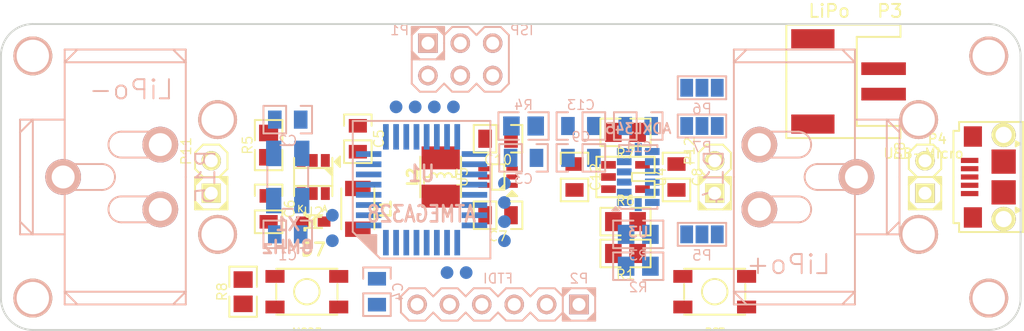
<source format=kicad_pcb>
(kicad_pcb (version 4) (host pcbnew "(2014-jul-16 BZR unknown)-product")

  (general
    (links 133)
    (no_connects 133)
    (area 37.924999 35.7817 118.521201 63.02209)
    (thickness 1.6)
    (drawings 8)
    (tracks 0)
    (zones 0)
    (modules 64)
    (nets 49)
  )

  (page A4)
  (layers
    (0 F.Cu signal)
    (31 B.Cu signal)
    (32 B.Adhes user)
    (33 F.Adhes user)
    (34 B.Paste user)
    (35 F.Paste user)
    (36 B.SilkS user)
    (37 F.SilkS user)
    (38 B.Mask user)
    (39 F.Mask user)
    (40 Dwgs.User user)
    (41 Cmts.User user)
    (42 Eco1.User user)
    (43 Eco2.User user)
    (44 Edge.Cuts user)
    (45 Margin user)
    (46 B.CrtYd user)
    (47 F.CrtYd user)
    (48 B.Fab user)
    (49 F.Fab user)
  )

  (setup
    (last_trace_width 0.254)
    (trace_clearance 0.254)
    (zone_clearance 0.508)
    (zone_45_only no)
    (trace_min 0.254)
    (segment_width 0.2)
    (edge_width 0.15)
    (via_size 0.889)
    (via_drill 0.635)
    (via_min_size 0.889)
    (via_min_drill 0.508)
    (uvia_size 0.508)
    (uvia_drill 0.127)
    (uvias_allowed no)
    (uvia_min_size 0.508)
    (uvia_min_drill 0.127)
    (pcb_text_width 0.3)
    (pcb_text_size 1.5 1.5)
    (mod_edge_width 0.15)
    (mod_text_size 1.5 1.5)
    (mod_text_width 0.15)
    (pad_size 1 1)
    (pad_drill 0)
    (pad_to_mask_clearance 0.2)
    (aux_axis_origin 0 0)
    (visible_elements 7FFCF77F)
    (pcbplotparams
      (layerselection 0x00030_80000001)
      (usegerberextensions false)
      (excludeedgelayer true)
      (linewidth 0.100000)
      (plotframeref false)
      (viasonmask false)
      (mode 1)
      (useauxorigin false)
      (hpglpennumber 1)
      (hpglpenspeed 20)
      (hpglpendiameter 15)
      (hpglpenoverlay 2)
      (psnegative false)
      (psa4output false)
      (plotreference true)
      (plotvalue true)
      (plotinvisibletext false)
      (padsonsilk false)
      (subtractmaskfromsilk false)
      (outputformat 1)
      (mirror false)
      (drillshape 1)
      (scaleselection 1)
      (outputdirectory ""))
  )

  (net 0 "")
  (net 1 "Net-(B1-Pad1)")
  (net 2 "Net-(B2-Pad1)")
  (net 3 "Net-(B3-Pad1)")
  (net 4 "Net-(B4-Pad1)")
  (net 5 "Net-(B5-Pad1)")
  (net 6 "Net-(B6-Pad1)")
  (net 7 "Net-(B8-Pad1)")
  (net 8 "Net-(B9-Pad1)")
  (net 9 "Net-(B10-Pad1)")
  (net 10 "Net-(B11-Pad1)")
  (net 11 "Net-(B12-Pad1)")
  (net 12 /SS)
  (net 13 /BAT)
  (net 14 GND)
  (net 15 /PB6)
  (net 16 /PB7)
  (net 17 +3.3V)
  (net 18 "Net-(C4-Pad1)")
  (net 19 /RESET)
  (net 20 /VLED)
  (net 21 /LED_A)
  (net 22 /VUSB)
  (net 23 /DRL_PWM)
  (net 24 /DRL)
  (net 25 /LED_K)
  (net 26 /SW)
  (net 27 /L)
  (net 28 /MISO)
  (net 29 /SCK)
  (net 30 /MOSI)
  (net 31 /RXD)
  (net 32 /TXD)
  (net 33 "Net-(P4-Pad3)")
  (net 34 "Net-(P4-Pad4)")
  (net 35 "Net-(P4-Pad2)")
  (net 36 /ACL_SDO)
  (net 37 /ACL_INT1)
  (net 38 /ACL_INT2)
  (net 39 /SDA)
  (net 40 /SCL)
  (net 41 "Net-(R6-Pad2)")
  (net 42 /PROG)
  (net 43 /LED_PWM)
  (net 44 "Net-(U3-Pad3)")
  (net 45 "Net-(U3-Pad10)")
  (net 46 "Net-(U3-Pad11)")
  (net 47 /INT0)
  (net 48 "Net-(P12-Pad2)")

  (net_class Default "This is the default net class."
    (clearance 0.254)
    (trace_width 0.254)
    (via_dia 0.889)
    (via_drill 0.635)
    (uvia_dia 0.508)
    (uvia_drill 0.127)
    (add_net +3.3V)
    (add_net /ACL_INT1)
    (add_net /ACL_INT2)
    (add_net /ACL_SDO)
    (add_net /BAT)
    (add_net /DRL)
    (add_net /DRL_PWM)
    (add_net /INT0)
    (add_net /L)
    (add_net /LED_A)
    (add_net /LED_K)
    (add_net /LED_PWM)
    (add_net /MISO)
    (add_net /MOSI)
    (add_net /PB6)
    (add_net /PB7)
    (add_net /PROG)
    (add_net /RESET)
    (add_net /RXD)
    (add_net /SCK)
    (add_net /SCL)
    (add_net /SDA)
    (add_net /SS)
    (add_net /SW)
    (add_net /TXD)
    (add_net /VLED)
    (add_net /VUSB)
    (add_net GND)
    (add_net "Net-(B1-Pad1)")
    (add_net "Net-(B10-Pad1)")
    (add_net "Net-(B11-Pad1)")
    (add_net "Net-(B12-Pad1)")
    (add_net "Net-(B2-Pad1)")
    (add_net "Net-(B3-Pad1)")
    (add_net "Net-(B4-Pad1)")
    (add_net "Net-(B5-Pad1)")
    (add_net "Net-(B6-Pad1)")
    (add_net "Net-(B8-Pad1)")
    (add_net "Net-(B9-Pad1)")
    (add_net "Net-(C4-Pad1)")
    (add_net "Net-(P12-Pad2)")
    (add_net "Net-(P4-Pad2)")
    (add_net "Net-(P4-Pad3)")
    (add_net "Net-(P4-Pad4)")
    (add_net "Net-(R6-Pad2)")
    (add_net "Net-(U3-Pad10)")
    (add_net "Net-(U3-Pad11)")
    (add_net "Net-(U3-Pad3)")
  )

  (module bebl_v2_pretty:batt_clip (layer B.Cu) (tedit 544C0048) (tstamp 54545C4F)
    (at 97.5 50 180)
    (path /54491858)
    (fp_text reference B14 (at 3.556 0 450) (layer B.SilkS)
      (effects (font (size 1.5 1.5) (thickness 0.15)) (justify mirror))
    )
    (fp_text value LiPo+ (at -2.286 -6.858 180) (layer B.SilkS)
      (effects (font (size 1.5 1.5) (thickness 0.15)) (justify mirror))
    )
    (fp_line (start -4.572 -1.016) (end -7.366 -1.016) (layer B.SilkS) (width 0.15))
    (fp_line (start -4.572 1.016) (end -7.366 1.016) (layer B.SilkS) (width 0.15))
    (fp_line (start -3.048 -1.524) (end 0 -1.524) (layer B.SilkS) (width 0.15))
    (fp_line (start -3.048 -3.556) (end 0 -3.556) (layer B.SilkS) (width 0.15))
    (fp_arc (start -3.048 -2.54) (end -3.048 -3.556) (angle -90) (layer B.SilkS) (width 0.15))
    (fp_arc (start -3.048 -2.54) (end -4.064 -2.54) (angle -90) (layer B.SilkS) (width 0.15))
    (fp_line (start -3.048 1.524) (end 0 1.524) (layer B.SilkS) (width 0.15))
    (fp_line (start -3.048 3.556) (end 0 3.556) (layer B.SilkS) (width 0.15))
    (fp_arc (start -3.048 2.54) (end -3.048 1.524) (angle -90) (layer B.SilkS) (width 0.15))
    (fp_arc (start -3.048 2.54) (end -4.064 2.54) (angle -90) (layer B.SilkS) (width 0.15))
    (fp_arc (start -4.572 0) (end -3.556 0) (angle -90) (layer B.SilkS) (width 0.15))
    (fp_arc (start -4.572 0) (end -4.572 1.016) (angle -90) (layer B.SilkS) (width 0.15))
    (fp_line (start -10 4.5) (end -11 3.5) (layer B.SilkS) (width 0.15))
    (fp_line (start -10 -4.5) (end -11 -3.5) (layer B.SilkS) (width 0.15))
    (fp_line (start 2 -9) (end 1 -10) (layer B.SilkS) (width 0.15))
    (fp_line (start -7.5 -9) (end -6.5 -10) (layer B.SilkS) (width 0.15))
    (fp_line (start -7.5 9) (end -6.5 10) (layer B.SilkS) (width 0.15))
    (fp_line (start 2 9) (end 1 10) (layer B.SilkS) (width 0.15))
    (fp_line (start -10 -4.5) (end -10 4.5) (layer B.SilkS) (width 0.15))
    (fp_line (start -7.5 -9) (end 2 -9) (layer B.SilkS) (width 0.15))
    (fp_line (start 2 9) (end -7.5 9) (layer B.SilkS) (width 0.15))
    (fp_line (start -7.5 4.5) (end -11 4.5) (layer B.SilkS) (width 0.15))
    (fp_line (start -11 4.5) (end -11 0) (layer B.SilkS) (width 0.15))
    (fp_line (start -11 0) (end -11 -4.5) (layer B.SilkS) (width 0.15))
    (fp_line (start -11 -4.5) (end -7.5 -4.5) (layer B.SilkS) (width 0.15))
    (fp_line (start -7.5 1) (end -7.5 10) (layer B.SilkS) (width 0.15))
    (fp_line (start -7.5 10) (end 2 10) (layer B.SilkS) (width 0.15))
    (fp_line (start -7.5 -10) (end -7.5 -1) (layer B.SilkS) (width 0.15))
    (fp_line (start 2 -10) (end -7.5 -10) (layer B.SilkS) (width 0.15))
    (fp_line (start 2 -10) (end 2 0) (layer B.SilkS) (width 0.15))
    (fp_line (start 2 0) (end 2 10) (layer B.SilkS) (width 0.15))
    (pad 1 thru_hole circle (at 0 2.54 180) (size 2.8 2.8) (drill 1.8) (layers *.Cu *.Mask B.SilkS)
      (net 13 /BAT))
    (pad 1 thru_hole circle (at 0 -2.54 180) (size 2.8 2.8) (drill 1.8) (layers *.Cu *.Mask B.SilkS)
      (net 13 /BAT))
    (pad 1 thru_hole circle (at -7.62 0 180) (size 2.8 2.8) (drill 1.8) (layers *.Cu *.Mask B.SilkS)
      (net 13 /BAT))
    (model /home/samata/projects-git/bebl_v2/kicad/3d_modules/smt_batt_clip.wrl
      (at (xyz 0.05 -0.4 -0.2))
      (scale (xyz 0.5 0.5 0.5))
      (rotate (xyz -90 0 180))
    )
    (model /home/anool/projects-git/bebl_v2/kicad/3d_modules/smt_batt_clip.wrl
      (at (xyz 0.05 -0.4 -0.2))
      (scale (xyz 0.5 0.5 0.5))
      (rotate (xyz -90 0 180))
    )
  )

  (module bebl_v2_pretty:batt_clip (layer B.Cu) (tedit 544C0048) (tstamp 54545C75)
    (at 50.5 50)
    (path /54491E64)
    (fp_text reference B15 (at 3.556 0 270) (layer B.SilkS)
      (effects (font (size 1.5 1.5) (thickness 0.15)) (justify mirror))
    )
    (fp_text value LiPo- (at -2.286 -6.858) (layer B.SilkS)
      (effects (font (size 1.5 1.5) (thickness 0.15)) (justify mirror))
    )
    (fp_line (start -4.572 -1.016) (end -7.366 -1.016) (layer B.SilkS) (width 0.15))
    (fp_line (start -4.572 1.016) (end -7.366 1.016) (layer B.SilkS) (width 0.15))
    (fp_line (start -3.048 -1.524) (end 0 -1.524) (layer B.SilkS) (width 0.15))
    (fp_line (start -3.048 -3.556) (end 0 -3.556) (layer B.SilkS) (width 0.15))
    (fp_arc (start -3.048 -2.54) (end -3.048 -3.556) (angle -90) (layer B.SilkS) (width 0.15))
    (fp_arc (start -3.048 -2.54) (end -4.064 -2.54) (angle -90) (layer B.SilkS) (width 0.15))
    (fp_line (start -3.048 1.524) (end 0 1.524) (layer B.SilkS) (width 0.15))
    (fp_line (start -3.048 3.556) (end 0 3.556) (layer B.SilkS) (width 0.15))
    (fp_arc (start -3.048 2.54) (end -3.048 1.524) (angle -90) (layer B.SilkS) (width 0.15))
    (fp_arc (start -3.048 2.54) (end -4.064 2.54) (angle -90) (layer B.SilkS) (width 0.15))
    (fp_arc (start -4.572 0) (end -3.556 0) (angle -90) (layer B.SilkS) (width 0.15))
    (fp_arc (start -4.572 0) (end -4.572 1.016) (angle -90) (layer B.SilkS) (width 0.15))
    (fp_line (start -10 4.5) (end -11 3.5) (layer B.SilkS) (width 0.15))
    (fp_line (start -10 -4.5) (end -11 -3.5) (layer B.SilkS) (width 0.15))
    (fp_line (start 2 -9) (end 1 -10) (layer B.SilkS) (width 0.15))
    (fp_line (start -7.5 -9) (end -6.5 -10) (layer B.SilkS) (width 0.15))
    (fp_line (start -7.5 9) (end -6.5 10) (layer B.SilkS) (width 0.15))
    (fp_line (start 2 9) (end 1 10) (layer B.SilkS) (width 0.15))
    (fp_line (start -10 -4.5) (end -10 4.5) (layer B.SilkS) (width 0.15))
    (fp_line (start -7.5 -9) (end 2 -9) (layer B.SilkS) (width 0.15))
    (fp_line (start 2 9) (end -7.5 9) (layer B.SilkS) (width 0.15))
    (fp_line (start -7.5 4.5) (end -11 4.5) (layer B.SilkS) (width 0.15))
    (fp_line (start -11 4.5) (end -11 0) (layer B.SilkS) (width 0.15))
    (fp_line (start -11 0) (end -11 -4.5) (layer B.SilkS) (width 0.15))
    (fp_line (start -11 -4.5) (end -7.5 -4.5) (layer B.SilkS) (width 0.15))
    (fp_line (start -7.5 1) (end -7.5 10) (layer B.SilkS) (width 0.15))
    (fp_line (start -7.5 10) (end 2 10) (layer B.SilkS) (width 0.15))
    (fp_line (start -7.5 -10) (end -7.5 -1) (layer B.SilkS) (width 0.15))
    (fp_line (start 2 -10) (end -7.5 -10) (layer B.SilkS) (width 0.15))
    (fp_line (start 2 -10) (end 2 0) (layer B.SilkS) (width 0.15))
    (fp_line (start 2 0) (end 2 10) (layer B.SilkS) (width 0.15))
    (pad 1 thru_hole circle (at 0 2.54) (size 2.8 2.8) (drill 1.8) (layers *.Cu *.Mask B.SilkS)
      (net 14 GND))
    (pad 1 thru_hole circle (at 0 -2.54) (size 2.8 2.8) (drill 1.8) (layers *.Cu *.Mask B.SilkS)
      (net 14 GND))
    (pad 1 thru_hole circle (at -7.62 0) (size 2.8 2.8) (drill 1.8) (layers *.Cu *.Mask B.SilkS)
      (net 14 GND))
    (model /home/samata/projects-git/bebl_v2/kicad/3d_modules/smt_batt_clip.wrl
      (at (xyz 0.05 -0.4 -0.2))
      (scale (xyz 0.5 0.5 0.5))
      (rotate (xyz -90 0 180))
    )
    (model /home/anool/projects-git/bebl_v2/kicad/3d_modules/smt_batt_clip.wrl
      (at (xyz 0.05 -0.4 -0.2))
      (scale (xyz 0.5 0.5 0.5))
      (rotate (xyz -90 0 180))
    )
  )

  (module bebl_v2_pretty:pin_socket_2 (layer F.Cu) (tedit 4F5B3B1D) (tstamp 544EEE8F)
    (at 94 50 90)
    (descr "Pin strip 2pin")
    (tags "CONN DEV")
    (path /544F00AA)
    (fp_text reference P12 (at 2.032 -1.9685 90) (layer F.SilkS)
      (effects (font (size 0.762 0.762) (thickness 0.1016)))
    )
    (fp_text value CHG_LED (at 0 -3.1115 90) (layer F.SilkS) hide
      (effects (font (size 0.762 0.762) (thickness 0.1016)))
    )
    (fp_line (start -2.159 -1.2065) (end -2.159 -1.0795) (layer F.SilkS) (width 0.1524))
    (fp_line (start -2.286 -1.2065) (end -2.286 -0.9525) (layer F.SilkS) (width 0.1524))
    (fp_line (start -2.413 -1.2065) (end -2.413 -0.8255) (layer F.SilkS) (width 0.1524))
    (fp_line (start -0.381 -1.2065) (end -0.381 -1.0795) (layer F.SilkS) (width 0.1524))
    (fp_line (start -0.254 -1.2065) (end -0.254 -0.9525) (layer F.SilkS) (width 0.1524))
    (fp_line (start -0.127 -1.2065) (end -0.127 -0.8255) (layer F.SilkS) (width 0.1524))
    (fp_line (start -0.381 1.2065) (end -0.381 1.0795) (layer F.SilkS) (width 0.1524))
    (fp_line (start -0.254 1.2065) (end -0.254 0.9525) (layer F.SilkS) (width 0.1524))
    (fp_line (start -0.127 1.2065) (end -0.127 0.8255) (layer F.SilkS) (width 0.1524))
    (fp_line (start -2.159 1.2065) (end -2.159 1.0795) (layer F.SilkS) (width 0.1524))
    (fp_line (start -2.286 1.2065) (end -2.286 0.9525) (layer F.SilkS) (width 0.1524))
    (fp_line (start -2.413 1.2065) (end -2.413 0.8255) (layer F.SilkS) (width 0.1524))
    (fp_line (start -1.905 1.27) (end -2.54 1.27) (layer F.SilkS) (width 0.1524))
    (fp_line (start -2.54 1.27) (end -2.54 0.635) (layer F.SilkS) (width 0.1524))
    (fp_line (start 0 0.635) (end 0 1.27) (layer F.SilkS) (width 0.1524))
    (fp_line (start 0 1.27) (end -0.635 1.27) (layer F.SilkS) (width 0.1524))
    (fp_line (start -0.635 -1.27) (end 0 -1.27) (layer F.SilkS) (width 0.1524))
    (fp_line (start 0 -1.27) (end 0 -0.6985) (layer F.SilkS) (width 0.1524))
    (fp_line (start -2.54 -0.635) (end -2.54 -1.27) (layer F.SilkS) (width 0.1524))
    (fp_line (start -2.54 -1.27) (end -1.905 -1.27) (layer F.SilkS) (width 0.1524))
    (fp_line (start 0 -0.635) (end 0 0.635) (layer F.SilkS) (width 0.1524))
    (fp_line (start -2.54 0) (end -2.54 0.635) (layer F.SilkS) (width 0.1524))
    (fp_line (start -2.54 0.635) (end -1.905 1.27) (layer F.SilkS) (width 0.1524))
    (fp_line (start -1.905 1.27) (end -0.635 1.27) (layer F.SilkS) (width 0.1524))
    (fp_line (start -0.635 1.27) (end 0 0.635) (layer F.SilkS) (width 0.1524))
    (fp_line (start 0 0.635) (end 0.635 1.27) (layer F.SilkS) (width 0.1524))
    (fp_line (start 0.635 1.27) (end 1.905 1.27) (layer F.SilkS) (width 0.1524))
    (fp_line (start 1.905 1.27) (end 2.54 0.635) (layer F.SilkS) (width 0.1524))
    (fp_line (start 2.54 0.635) (end 2.54 -0.635) (layer F.SilkS) (width 0.1524))
    (fp_line (start 2.54 -0.635) (end 1.905 -1.27) (layer F.SilkS) (width 0.1524))
    (fp_line (start 1.905 -1.27) (end 0.635 -1.27) (layer F.SilkS) (width 0.1524))
    (fp_line (start 0.635 -1.27) (end 0 -0.635) (layer F.SilkS) (width 0.1524))
    (fp_line (start 0 -0.635) (end -0.635 -1.27) (layer F.SilkS) (width 0.1524))
    (fp_line (start -0.635 -1.27) (end -1.905 -1.27) (layer F.SilkS) (width 0.1524))
    (fp_line (start -1.905 -1.27) (end -2.54 -0.635) (layer F.SilkS) (width 0.1524))
    (fp_line (start -2.54 -0.635) (end -2.54 0) (layer F.SilkS) (width 0.1524))
    (pad 1 thru_hole rect (at -1.27 0 90) (size 1.524 1.524) (drill 1.016) (layers *.Cu *.Mask F.SilkS)
      (net 22 /VUSB))
    (pad 2 thru_hole circle (at 1.27 0 90) (size 1.524 1.524) (drill 1.016) (layers *.Cu *.Mask F.SilkS)
      (net 48 "Net-(P12-Pad2)"))
    (model /home/samata/projects-git/bebl_v2/kicad/3d_modules/female_pcb_pin_02.wrl
      (at (xyz 0 0 0))
      (scale (xyz 1 1 1))
      (rotate (xyz 0 0 0))
    )
    (model /home/anool/projects-git/bebl_v2/kicad/3d_modules/female_pcb_pin_02.wrl
      (at (xyz 0 0 0))
      (scale (xyz 1 1 1))
      (rotate (xyz 0 0 0))
    )
  )

  (module bebl_v2_pretty:breakout_smd (layer B.Cu) (tedit 544CEEF6) (tstamp 544EE01F)
    (at 73.5 44.5)
    (path /5431227A)
    (fp_text reference B13 (at 0 -0.508) (layer B.SilkS) hide
      (effects (font (size 0.254 0.254) (thickness 0.0254)) (justify mirror))
    )
    (fp_text value I/O (at 0 0.508) (layer B.SilkS) hide
      (effects (font (size 0.254 0.254) (thickness 0.0254)) (justify mirror))
    )
    (pad 1 smd circle (at 0 0) (size 1 1) (layers B.Cu B.Paste B.Mask)
      (net 12 /SS))
  )

  (module bebl_v2_pretty:breakout_smd (layer B.Cu) (tedit 544CEEF6) (tstamp 544EE01B)
    (at 72 44.5)
    (path /54312266)
    (fp_text reference B12 (at 0 -0.508) (layer B.SilkS) hide
      (effects (font (size 0.254 0.254) (thickness 0.0254)) (justify mirror))
    )
    (fp_text value I/O (at 0 0.508) (layer B.SilkS) hide
      (effects (font (size 0.254 0.254) (thickness 0.0254)) (justify mirror))
    )
    (pad 1 smd circle (at 0 0) (size 1 1) (layers B.Cu B.Paste B.Mask)
      (net 11 "Net-(B12-Pad1)"))
  )

  (module bebl_v2_pretty:breakout_smd (layer B.Cu) (tedit 544CEEF6) (tstamp 544EE017)
    (at 70.5 44.5)
    (path /54312252)
    (fp_text reference B11 (at 0 -0.508) (layer B.SilkS) hide
      (effects (font (size 0.254 0.254) (thickness 0.0254)) (justify mirror))
    )
    (fp_text value I/O (at 0 0.508) (layer B.SilkS) hide
      (effects (font (size 0.254 0.254) (thickness 0.0254)) (justify mirror))
    )
    (pad 1 smd circle (at 0 0) (size 1 1) (layers B.Cu B.Paste B.Mask)
      (net 10 "Net-(B11-Pad1)"))
  )

  (module bebl_v2_pretty:breakout_smd (layer B.Cu) (tedit 544CEEF6) (tstamp 544EE013)
    (at 69 44.5)
    (path /5431223E)
    (fp_text reference B10 (at 0 -0.508) (layer B.SilkS) hide
      (effects (font (size 0.254 0.254) (thickness 0.0254)) (justify mirror))
    )
    (fp_text value I/O (at 0 0.508) (layer B.SilkS) hide
      (effects (font (size 0.254 0.254) (thickness 0.0254)) (justify mirror))
    )
    (pad 1 smd circle (at 0 0) (size 1 1) (layers B.Cu B.Paste B.Mask)
      (net 9 "Net-(B10-Pad1)"))
  )

  (module bebl_v2_pretty:breakout_smd (layer B.Cu) (tedit 544CEEF6) (tstamp 544EE00F)
    (at 64 53)
    (path /5431222A)
    (fp_text reference B9 (at 0 -0.508) (layer B.SilkS) hide
      (effects (font (size 0.254 0.254) (thickness 0.0254)) (justify mirror))
    )
    (fp_text value I/O (at 0 0.508) (layer B.SilkS) hide
      (effects (font (size 0.254 0.254) (thickness 0.0254)) (justify mirror))
    )
    (pad 1 smd circle (at 0 0) (size 1 1) (layers B.Cu B.Paste B.Mask)
      (net 8 "Net-(B9-Pad1)"))
  )

  (module bebl_v2_pretty:breakout_smd (layer B.Cu) (tedit 544CEEF6) (tstamp 544EE00B)
    (at 64 55)
    (path /54312216)
    (fp_text reference B8 (at 0 -0.508) (layer B.SilkS) hide
      (effects (font (size 0.254 0.254) (thickness 0.0254)) (justify mirror))
    )
    (fp_text value I/O (at 0 0.508) (layer B.SilkS) hide
      (effects (font (size 0.254 0.254) (thickness 0.0254)) (justify mirror))
    )
    (pad 1 smd circle (at 0 0) (size 1 1) (layers B.Cu B.Paste B.Mask)
      (net 7 "Net-(B8-Pad1)"))
  )

  (module bebl_v2_pretty:breakout_smd (layer B.Cu) (tedit 544CEEF6) (tstamp 544EE007)
    (at 77.5 52)
    (path /543121EE)
    (fp_text reference B6 (at 0 -0.508) (layer B.SilkS) hide
      (effects (font (size 0.254 0.254) (thickness 0.0254)) (justify mirror))
    )
    (fp_text value I/O (at 0 0.508) (layer B.SilkS) hide
      (effects (font (size 0.254 0.254) (thickness 0.0254)) (justify mirror))
    )
    (pad 1 smd circle (at 0 0) (size 1 1) (layers B.Cu B.Paste B.Mask)
      (net 6 "Net-(B6-Pad1)"))
  )

  (module bebl_v2_pretty:breakout_smd (layer B.Cu) (tedit 544CEEF6) (tstamp 544EE003)
    (at 77.5 50.5)
    (path /543121DA)
    (fp_text reference B5 (at 0 -0.508) (layer B.SilkS) hide
      (effects (font (size 0.254 0.254) (thickness 0.0254)) (justify mirror))
    )
    (fp_text value I/O (at 0 0.508) (layer B.SilkS) hide
      (effects (font (size 0.254 0.254) (thickness 0.0254)) (justify mirror))
    )
    (pad 1 smd circle (at 0 0) (size 1 1) (layers B.Cu B.Paste B.Mask)
      (net 5 "Net-(B5-Pad1)"))
  )

  (module bebl_v2_pretty:breakout_smd (layer B.Cu) (tedit 544CEEF6) (tstamp 544EDFFF)
    (at 73 57.5)
    (path /543121C6)
    (fp_text reference B4 (at 0 -0.508) (layer B.SilkS) hide
      (effects (font (size 0.254 0.254) (thickness 0.0254)) (justify mirror))
    )
    (fp_text value I/O (at 0 0.508) (layer B.SilkS) hide
      (effects (font (size 0.254 0.254) (thickness 0.0254)) (justify mirror))
    )
    (pad 1 smd circle (at 0 0) (size 1 1) (layers B.Cu B.Paste B.Mask)
      (net 4 "Net-(B4-Pad1)"))
  )

  (module bebl_v2_pretty:breakout_smd (layer B.Cu) (tedit 544CEEF6) (tstamp 544EDFFB)
    (at 74.5 57.5)
    (path /543121B2)
    (fp_text reference B3 (at 0 -0.508) (layer B.SilkS) hide
      (effects (font (size 0.254 0.254) (thickness 0.0254)) (justify mirror))
    )
    (fp_text value I/O (at 0 0.508) (layer B.SilkS) hide
      (effects (font (size 0.254 0.254) (thickness 0.0254)) (justify mirror))
    )
    (pad 1 smd circle (at 0 0) (size 1 1) (layers B.Cu B.Paste B.Mask)
      (net 3 "Net-(B3-Pad1)"))
  )

  (module bebl_v2_pretty:breakout_smd (layer B.Cu) (tedit 544CEEF6) (tstamp 544EDFF7)
    (at 77.5 55)
    (path /5431219E)
    (fp_text reference B2 (at 0 -0.508) (layer B.SilkS) hide
      (effects (font (size 0.254 0.254) (thickness 0.0254)) (justify mirror))
    )
    (fp_text value I/O (at 0 0.508) (layer B.SilkS) hide
      (effects (font (size 0.254 0.254) (thickness 0.0254)) (justify mirror))
    )
    (pad 1 smd circle (at 0 0) (size 1 1) (layers B.Cu B.Paste B.Mask)
      (net 2 "Net-(B2-Pad1)"))
  )

  (module bebl_v2_pretty:breakout_smd (layer B.Cu) (tedit 544CEEF6) (tstamp 544EE251)
    (at 77.5 53.5)
    (path /5431218A)
    (fp_text reference B1 (at 0 -0.508) (layer B.SilkS) hide
      (effects (font (size 0.254 0.254) (thickness 0.0254)) (justify mirror))
    )
    (fp_text value I/O (at 0 0.508) (layer B.SilkS) hide
      (effects (font (size 0.254 0.254) (thickness 0.0254)) (justify mirror))
    )
    (pad 1 smd circle (at 0 0) (size 1 1) (layers B.Cu B.Paste B.Mask)
      (net 1 "Net-(B1-Pad1)"))
  )

  (module bebl_v2_pretty:pin_socket_2 (layer F.Cu) (tedit 4F5B3B1D) (tstamp 544EAC04)
    (at 54.5 50 90)
    (descr "Pin strip 2pin")
    (tags "CONN DEV")
    (path /544E68CF)
    (fp_text reference P11 (at 2.032 -1.9685 90) (layer F.SilkS)
      (effects (font (size 0.762 0.762) (thickness 0.1016)))
    )
    (fp_text value DRV_LED (at 0 -3.1115 90) (layer F.SilkS) hide
      (effects (font (size 0.762 0.762) (thickness 0.1016)))
    )
    (fp_line (start -2.159 -1.2065) (end -2.159 -1.0795) (layer F.SilkS) (width 0.1524))
    (fp_line (start -2.286 -1.2065) (end -2.286 -0.9525) (layer F.SilkS) (width 0.1524))
    (fp_line (start -2.413 -1.2065) (end -2.413 -0.8255) (layer F.SilkS) (width 0.1524))
    (fp_line (start -0.381 -1.2065) (end -0.381 -1.0795) (layer F.SilkS) (width 0.1524))
    (fp_line (start -0.254 -1.2065) (end -0.254 -0.9525) (layer F.SilkS) (width 0.1524))
    (fp_line (start -0.127 -1.2065) (end -0.127 -0.8255) (layer F.SilkS) (width 0.1524))
    (fp_line (start -0.381 1.2065) (end -0.381 1.0795) (layer F.SilkS) (width 0.1524))
    (fp_line (start -0.254 1.2065) (end -0.254 0.9525) (layer F.SilkS) (width 0.1524))
    (fp_line (start -0.127 1.2065) (end -0.127 0.8255) (layer F.SilkS) (width 0.1524))
    (fp_line (start -2.159 1.2065) (end -2.159 1.0795) (layer F.SilkS) (width 0.1524))
    (fp_line (start -2.286 1.2065) (end -2.286 0.9525) (layer F.SilkS) (width 0.1524))
    (fp_line (start -2.413 1.2065) (end -2.413 0.8255) (layer F.SilkS) (width 0.1524))
    (fp_line (start -1.905 1.27) (end -2.54 1.27) (layer F.SilkS) (width 0.1524))
    (fp_line (start -2.54 1.27) (end -2.54 0.635) (layer F.SilkS) (width 0.1524))
    (fp_line (start 0 0.635) (end 0 1.27) (layer F.SilkS) (width 0.1524))
    (fp_line (start 0 1.27) (end -0.635 1.27) (layer F.SilkS) (width 0.1524))
    (fp_line (start -0.635 -1.27) (end 0 -1.27) (layer F.SilkS) (width 0.1524))
    (fp_line (start 0 -1.27) (end 0 -0.6985) (layer F.SilkS) (width 0.1524))
    (fp_line (start -2.54 -0.635) (end -2.54 -1.27) (layer F.SilkS) (width 0.1524))
    (fp_line (start -2.54 -1.27) (end -1.905 -1.27) (layer F.SilkS) (width 0.1524))
    (fp_line (start 0 -0.635) (end 0 0.635) (layer F.SilkS) (width 0.1524))
    (fp_line (start -2.54 0) (end -2.54 0.635) (layer F.SilkS) (width 0.1524))
    (fp_line (start -2.54 0.635) (end -1.905 1.27) (layer F.SilkS) (width 0.1524))
    (fp_line (start -1.905 1.27) (end -0.635 1.27) (layer F.SilkS) (width 0.1524))
    (fp_line (start -0.635 1.27) (end 0 0.635) (layer F.SilkS) (width 0.1524))
    (fp_line (start 0 0.635) (end 0.635 1.27) (layer F.SilkS) (width 0.1524))
    (fp_line (start 0.635 1.27) (end 1.905 1.27) (layer F.SilkS) (width 0.1524))
    (fp_line (start 1.905 1.27) (end 2.54 0.635) (layer F.SilkS) (width 0.1524))
    (fp_line (start 2.54 0.635) (end 2.54 -0.635) (layer F.SilkS) (width 0.1524))
    (fp_line (start 2.54 -0.635) (end 1.905 -1.27) (layer F.SilkS) (width 0.1524))
    (fp_line (start 1.905 -1.27) (end 0.635 -1.27) (layer F.SilkS) (width 0.1524))
    (fp_line (start 0.635 -1.27) (end 0 -0.635) (layer F.SilkS) (width 0.1524))
    (fp_line (start 0 -0.635) (end -0.635 -1.27) (layer F.SilkS) (width 0.1524))
    (fp_line (start -0.635 -1.27) (end -1.905 -1.27) (layer F.SilkS) (width 0.1524))
    (fp_line (start -1.905 -1.27) (end -2.54 -0.635) (layer F.SilkS) (width 0.1524))
    (fp_line (start -2.54 -0.635) (end -2.54 0) (layer F.SilkS) (width 0.1524))
    (pad 1 thru_hole rect (at -1.27 0 90) (size 1.524 1.524) (drill 1.016) (layers *.Cu *.Mask F.SilkS)
      (net 21 /LED_A))
    (pad 2 thru_hole circle (at 1.27 0 90) (size 1.524 1.524) (drill 1.016) (layers *.Cu *.Mask F.SilkS)
      (net 25 /LED_K))
    (model /home/samata/projects-git/bebl_v2/kicad/3d_modules/female_pcb_pin_02.wrl
      (at (xyz 0 0 0))
      (scale (xyz 1 1 1))
      (rotate (xyz 0 0 0))
    )
    (model /home/anool/projects-git/bebl_v2/kicad/3d_modules/female_pcb_pin_02.wrl
      (at (xyz 0 0 0))
      (scale (xyz 1 1 1))
      (rotate (xyz 0 0 0))
    )
  )

  (module bebl_v2_pretty:pin_socket_2 (layer F.Cu) (tedit 4F5B3B1D) (tstamp 544EABDB)
    (at 110.5 50 90)
    (descr "Pin strip 2pin")
    (tags "CONN DEV")
    (path /544F0628)
    (fp_text reference P8 (at 2.032 -1.9685 90) (layer F.SilkS)
      (effects (font (size 0.762 0.762) (thickness 0.1016)))
    )
    (fp_text value DRL_LED (at 0 -3.1115 90) (layer F.SilkS) hide
      (effects (font (size 0.762 0.762) (thickness 0.1016)))
    )
    (fp_line (start -2.159 -1.2065) (end -2.159 -1.0795) (layer F.SilkS) (width 0.1524))
    (fp_line (start -2.286 -1.2065) (end -2.286 -0.9525) (layer F.SilkS) (width 0.1524))
    (fp_line (start -2.413 -1.2065) (end -2.413 -0.8255) (layer F.SilkS) (width 0.1524))
    (fp_line (start -0.381 -1.2065) (end -0.381 -1.0795) (layer F.SilkS) (width 0.1524))
    (fp_line (start -0.254 -1.2065) (end -0.254 -0.9525) (layer F.SilkS) (width 0.1524))
    (fp_line (start -0.127 -1.2065) (end -0.127 -0.8255) (layer F.SilkS) (width 0.1524))
    (fp_line (start -0.381 1.2065) (end -0.381 1.0795) (layer F.SilkS) (width 0.1524))
    (fp_line (start -0.254 1.2065) (end -0.254 0.9525) (layer F.SilkS) (width 0.1524))
    (fp_line (start -0.127 1.2065) (end -0.127 0.8255) (layer F.SilkS) (width 0.1524))
    (fp_line (start -2.159 1.2065) (end -2.159 1.0795) (layer F.SilkS) (width 0.1524))
    (fp_line (start -2.286 1.2065) (end -2.286 0.9525) (layer F.SilkS) (width 0.1524))
    (fp_line (start -2.413 1.2065) (end -2.413 0.8255) (layer F.SilkS) (width 0.1524))
    (fp_line (start -1.905 1.27) (end -2.54 1.27) (layer F.SilkS) (width 0.1524))
    (fp_line (start -2.54 1.27) (end -2.54 0.635) (layer F.SilkS) (width 0.1524))
    (fp_line (start 0 0.635) (end 0 1.27) (layer F.SilkS) (width 0.1524))
    (fp_line (start 0 1.27) (end -0.635 1.27) (layer F.SilkS) (width 0.1524))
    (fp_line (start -0.635 -1.27) (end 0 -1.27) (layer F.SilkS) (width 0.1524))
    (fp_line (start 0 -1.27) (end 0 -0.6985) (layer F.SilkS) (width 0.1524))
    (fp_line (start -2.54 -0.635) (end -2.54 -1.27) (layer F.SilkS) (width 0.1524))
    (fp_line (start -2.54 -1.27) (end -1.905 -1.27) (layer F.SilkS) (width 0.1524))
    (fp_line (start 0 -0.635) (end 0 0.635) (layer F.SilkS) (width 0.1524))
    (fp_line (start -2.54 0) (end -2.54 0.635) (layer F.SilkS) (width 0.1524))
    (fp_line (start -2.54 0.635) (end -1.905 1.27) (layer F.SilkS) (width 0.1524))
    (fp_line (start -1.905 1.27) (end -0.635 1.27) (layer F.SilkS) (width 0.1524))
    (fp_line (start -0.635 1.27) (end 0 0.635) (layer F.SilkS) (width 0.1524))
    (fp_line (start 0 0.635) (end 0.635 1.27) (layer F.SilkS) (width 0.1524))
    (fp_line (start 0.635 1.27) (end 1.905 1.27) (layer F.SilkS) (width 0.1524))
    (fp_line (start 1.905 1.27) (end 2.54 0.635) (layer F.SilkS) (width 0.1524))
    (fp_line (start 2.54 0.635) (end 2.54 -0.635) (layer F.SilkS) (width 0.1524))
    (fp_line (start 2.54 -0.635) (end 1.905 -1.27) (layer F.SilkS) (width 0.1524))
    (fp_line (start 1.905 -1.27) (end 0.635 -1.27) (layer F.SilkS) (width 0.1524))
    (fp_line (start 0.635 -1.27) (end 0 -0.635) (layer F.SilkS) (width 0.1524))
    (fp_line (start 0 -0.635) (end -0.635 -1.27) (layer F.SilkS) (width 0.1524))
    (fp_line (start -0.635 -1.27) (end -1.905 -1.27) (layer F.SilkS) (width 0.1524))
    (fp_line (start -1.905 -1.27) (end -2.54 -0.635) (layer F.SilkS) (width 0.1524))
    (fp_line (start -2.54 -0.635) (end -2.54 0) (layer F.SilkS) (width 0.1524))
    (pad 1 thru_hole rect (at -1.27 0 90) (size 1.524 1.524) (drill 1.016) (layers *.Cu *.Mask F.SilkS)
      (net 24 /DRL))
    (pad 2 thru_hole circle (at 1.27 0 90) (size 1.524 1.524) (drill 1.016) (layers *.Cu *.Mask F.SilkS)
      (net 14 GND))
    (model /home/samata/projects-git/bebl_v2/kicad/3d_modules/female_pcb_pin_02.wrl
      (at (xyz 0 0 0))
      (scale (xyz 1 1 1))
      (rotate (xyz 0 0 0))
    )
    (model /home/anool/projects-git/bebl_v2/kicad/3d_modules/female_pcb_pin_02.wrl
      (at (xyz 0 0 0))
      (scale (xyz 1 1 1))
      (rotate (xyz 0 0 0))
    )
  )

  (module bebl_v2_pretty:screw_3mm (layer F.Cu) (tedit 4F5B3BD6) (tstamp 544E6534)
    (at 110 54.5)
    (descr "vite 2,5mm")
    (path /544E7E26)
    (fp_text reference SC8 (at 0 1.0795) (layer F.SilkS) hide
      (effects (font (size 0.762 0.762) (thickness 0.1016)))
    )
    (fp_text value SCREW (at 0.0635 -0.381) (layer F.SilkS) hide
      (effects (font (size 0.762 0.762) (thickness 0.1016)))
    )
    (pad 1 thru_hole circle (at 0 0) (size 3.048 3.048) (drill 2.54) (layers *.Cu *.SilkS *.Mask))
  )

  (module bebl_v2_pretty:screw_3mm (layer F.Cu) (tedit 4F5B3BD6) (tstamp 544E652F)
    (at 110 45.5)
    (descr "vite 2,5mm")
    (path /544E7E20)
    (fp_text reference SC7 (at 0 1.0795) (layer F.SilkS) hide
      (effects (font (size 0.762 0.762) (thickness 0.1016)))
    )
    (fp_text value SCREW (at 0.0635 -0.381) (layer F.SilkS) hide
      (effects (font (size 0.762 0.762) (thickness 0.1016)))
    )
    (pad 1 thru_hole circle (at 0 0) (size 3.048 3.048) (drill 2.54) (layers *.Cu *.SilkS *.Mask))
  )

  (module bebl_v2_pretty:screw_3mm (layer F.Cu) (tedit 4F5B3BD6) (tstamp 544E652A)
    (at 55 45.5)
    (descr "vite 2,5mm")
    (path /544E7E1A)
    (fp_text reference SC6 (at 0 1.0795) (layer F.SilkS) hide
      (effects (font (size 0.762 0.762) (thickness 0.1016)))
    )
    (fp_text value SCREW (at 0.0635 -0.381) (layer F.SilkS) hide
      (effects (font (size 0.762 0.762) (thickness 0.1016)))
    )
    (pad 1 thru_hole circle (at 0 0) (size 3.048 3.048) (drill 2.54) (layers *.Cu *.SilkS *.Mask))
  )

  (module bebl_v2_pretty:screw_3mm (layer F.Cu) (tedit 4F5B3BD6) (tstamp 544E6525)
    (at 55 54.5)
    (descr "vite 2,5mm")
    (path /544E7E14)
    (fp_text reference SC5 (at 0 1.0795) (layer F.SilkS) hide
      (effects (font (size 0.762 0.762) (thickness 0.1016)))
    )
    (fp_text value SCREW (at 0.0635 -0.381) (layer F.SilkS) hide
      (effects (font (size 0.762 0.762) (thickness 0.1016)))
    )
    (pad 1 thru_hole circle (at 0 0) (size 3.048 3.048) (drill 2.54) (layers *.Cu *.SilkS *.Mask))
  )

  (module bebl_v2_pretty:Switch_SMT (layer F.Cu) (tedit 544CC5A8) (tstamp 544E5774)
    (at 62 59)
    (descr "EVQ-Q2F03W Compatible")
    (tags "Switch SMT")
    (path /544EC7EE)
    (attr smd)
    (fp_text reference SW2 (at 0 0) (layer F.SilkS) hide
      (effects (font (size 0.7112 0.4572) (thickness 0.1016)))
    )
    (fp_text value MODE (at 0 3.23596) (layer F.SilkS)
      (effects (font (size 0.6604 0.5588) (thickness 0.1397)))
    )
    (fp_circle (center 0 0) (end -1 0) (layer F.SilkS) (width 0.15))
    (fp_line (start -2.4 -0.6) (end -2.4 0.6) (layer F.SilkS) (width 0.15))
    (fp_line (start 2.4 0.6) (end 2.4 -0.6) (layer F.SilkS) (width 0.15))
    (fp_line (start -2.4 1.8) (end 2.4 1.8) (layer F.SilkS) (width 0.15))
    (fp_line (start 2.4 -1.8) (end -2.4 -1.8) (layer F.SilkS) (width 0.15))
    (pad 1 smd rect (at 2.5 -1.2) (size 1.5 1) (layers F.Cu F.Paste F.Mask)
      (net 14 GND))
    (pad 2 smd rect (at 2.5 1.2) (size 1.5 1) (layers F.Cu F.Paste F.Mask)
      (net 47 /INT0))
    (pad 1 smd rect (at -2.5 -1.2) (size 1.5 1) (layers F.Cu F.Paste F.Mask)
      (net 14 GND))
    (pad 2 smd rect (at -2.5 1.2) (size 1.5 1) (layers F.Cu F.Paste F.Mask)
      (net 47 /INT0))
    (model /home/samata/projects-git/bebl_v2/kicad/3d_modules/smd_push2.wrl
      (at (xyz 0 0 0))
      (scale (xyz 0.6 0.8 0.8))
      (rotate (xyz 0 0 90))
    )
    (model /home/anool/projects-git/bebl_v2/kicad/3d_modules/smd_push2.wrl
      (at (xyz 0 0 0))
      (scale (xyz 0.6 0.8 0.8))
      (rotate (xyz 0 0 90))
    )
  )

  (module bebl_v2_pretty:r_0805 (layer F.Cu) (tedit 4F420886) (tstamp 544E5767)
    (at 57 59 90)
    (descr "SMT resistor, 0805")
    (path /544EC93F)
    (attr smd)
    (fp_text reference R8 (at 0 -1.651 90) (layer F.SilkS)
      (effects (font (size 0.762 0.762) (thickness 0.1016)))
    )
    (fp_text value 10k (at 0 1.7145 90) (layer F.SilkS) hide
      (effects (font (size 0.762 0.762) (thickness 0.1016)))
    )
    (fp_line (start 0.381 1.0795) (end 1.9685 1.0795) (layer F.SilkS) (width 0.1524))
    (fp_line (start 1.9685 1.0795) (end 1.9685 -1.0795) (layer F.SilkS) (width 0.1524))
    (fp_line (start 1.9685 -1.0795) (end 0.381 -1.0795) (layer F.SilkS) (width 0.1524))
    (fp_line (start -0.381 -1.0795) (end -1.905 -1.0795) (layer F.SilkS) (width 0.1524))
    (fp_line (start -1.905 -1.0795) (end -1.9685 -1.0795) (layer F.SilkS) (width 0.1524))
    (fp_line (start -1.9685 -1.0795) (end -1.9685 1.0795) (layer F.SilkS) (width 0.1524))
    (fp_line (start -1.9685 1.0795) (end -0.381 1.0795) (layer F.SilkS) (width 0.1524))
    (pad 1 smd rect (at 0.9525 0 90) (size 1.30048 1.4986) (layers F.Cu F.Paste F.Mask)
      (net 17 +3.3V))
    (pad 2 smd rect (at -0.9525 0 90) (size 1.30048 1.4986) (layers F.Cu F.Paste F.Mask)
      (net 47 /INT0))
    (model /home/samata/projects-git/bebl_v2/kicad/3d_modules/r_0805.wrl
      (at (xyz 0 0 0))
      (scale (xyz 1 1 1))
      (rotate (xyz 0 0 0))
    )
    (model /home/anool/projects-git/bebl_v2/kicad/3d_modules/r_0805.wrl
      (at (xyz 0 0 0))
      (scale (xyz 1 1 1))
      (rotate (xyz 0 0 0))
    )
  )

  (module bebl_v2_pretty:c_0805 (layer B.Cu) (tedit 4F42056D) (tstamp 54545C82)
    (at 60.5 54.5 180)
    (descr "SMT capacitor, 0805")
    (path /4EC128EB)
    (attr smd)
    (fp_text reference C1 (at 0 -1.651 180) (layer B.SilkS)
      (effects (font (size 0.762 0.762) (thickness 0.1016)) (justify mirror))
    )
    (fp_text value 22p (at 0 1.7145 180) (layer B.SilkS) hide
      (effects (font (size 0.762 0.762) (thickness 0.1016)) (justify mirror))
    )
    (fp_line (start 1.905 -1.0795) (end 0.127 -1.0795) (layer B.SilkS) (width 0.1524))
    (fp_line (start 1.905 1.0795) (end 0.127 1.0795) (layer B.SilkS) (width 0.1524))
    (fp_line (start -1.016 -1.0795) (end -1.905 -1.0795) (layer B.SilkS) (width 0.1524))
    (fp_line (start -1.905 1.0795) (end -1.016 1.0795) (layer B.SilkS) (width 0.1524))
    (fp_line (start 0.127 1.0795) (end 0.127 -1.0795) (layer B.SilkS) (width 0.1524))
    (fp_line (start 1.905 1.0795) (end 1.905 -1.0795) (layer B.SilkS) (width 0.1524))
    (fp_line (start -1.905 1.0795) (end -1.905 -1.0795) (layer B.SilkS) (width 0.1524))
    (pad 1 smd rect (at 1.016 0 180) (size 1.0668 1.4224) (layers B.Cu B.Paste B.Mask)
      (net 15 /PB6))
    (pad 2 smd rect (at -1.016 0 180) (size 1.0668 1.4224) (layers B.Cu B.Paste B.Mask)
      (net 14 GND))
    (model /home/samata/projects-git/bebl_v2/kicad/3d_modules/C0805.wrl
      (at (xyz 0 0 0))
      (scale (xyz 0.5 0.5 0.5))
      (rotate (xyz 0 0 0))
    )
    (model /home/anool/projects-git/bebl_v2/kicad/3d_modules/C0805.wrl
      (at (xyz 0 0 0))
      (scale (xyz 0.5 0.5 0.5))
      (rotate (xyz 0 0 0))
    )
  )

  (module bebl_v2_pretty:c_0805 (layer B.Cu) (tedit 4F42056D) (tstamp 54545C8F)
    (at 60.5 45.5 180)
    (descr "SMT capacitor, 0805")
    (path /4EC1290E)
    (attr smd)
    (fp_text reference C2 (at 0 -1.651 180) (layer B.SilkS)
      (effects (font (size 0.762 0.762) (thickness 0.1016)) (justify mirror))
    )
    (fp_text value 22p (at 0 1.7145 180) (layer B.SilkS) hide
      (effects (font (size 0.762 0.762) (thickness 0.1016)) (justify mirror))
    )
    (fp_line (start 1.905 -1.0795) (end 0.127 -1.0795) (layer B.SilkS) (width 0.1524))
    (fp_line (start 1.905 1.0795) (end 0.127 1.0795) (layer B.SilkS) (width 0.1524))
    (fp_line (start -1.016 -1.0795) (end -1.905 -1.0795) (layer B.SilkS) (width 0.1524))
    (fp_line (start -1.905 1.0795) (end -1.016 1.0795) (layer B.SilkS) (width 0.1524))
    (fp_line (start 0.127 1.0795) (end 0.127 -1.0795) (layer B.SilkS) (width 0.1524))
    (fp_line (start 1.905 1.0795) (end 1.905 -1.0795) (layer B.SilkS) (width 0.1524))
    (fp_line (start -1.905 1.0795) (end -1.905 -1.0795) (layer B.SilkS) (width 0.1524))
    (pad 1 smd rect (at 1.016 0 180) (size 1.0668 1.4224) (layers B.Cu B.Paste B.Mask)
      (net 14 GND))
    (pad 2 smd rect (at -1.016 0 180) (size 1.0668 1.4224) (layers B.Cu B.Paste B.Mask)
      (net 16 /PB7))
    (model /home/samata/projects-git/bebl_v2/kicad/3d_modules/C0805.wrl
      (at (xyz 0 0 0))
      (scale (xyz 0.5 0.5 0.5))
      (rotate (xyz 0 0 0))
    )
    (model /home/anool/projects-git/bebl_v2/kicad/3d_modules/C0805.wrl
      (at (xyz 0 0 0))
      (scale (xyz 0.5 0.5 0.5))
      (rotate (xyz 0 0 0))
    )
  )

  (module bebl_v2_pretty:c_0805 (layer B.Cu) (tedit 4F42056D) (tstamp 54545C9C)
    (at 79 48.5 180)
    (descr "SMT capacitor, 0805")
    (path /4DCA7BAC)
    (attr smd)
    (fp_text reference C3 (at 0 -1.651 180) (layer B.SilkS)
      (effects (font (size 0.762 0.762) (thickness 0.1016)) (justify mirror))
    )
    (fp_text value 100n (at 0 1.7145 180) (layer B.SilkS) hide
      (effects (font (size 0.762 0.762) (thickness 0.1016)) (justify mirror))
    )
    (fp_line (start 1.905 -1.0795) (end 0.127 -1.0795) (layer B.SilkS) (width 0.1524))
    (fp_line (start 1.905 1.0795) (end 0.127 1.0795) (layer B.SilkS) (width 0.1524))
    (fp_line (start -1.016 -1.0795) (end -1.905 -1.0795) (layer B.SilkS) (width 0.1524))
    (fp_line (start -1.905 1.0795) (end -1.016 1.0795) (layer B.SilkS) (width 0.1524))
    (fp_line (start 0.127 1.0795) (end 0.127 -1.0795) (layer B.SilkS) (width 0.1524))
    (fp_line (start 1.905 1.0795) (end 1.905 -1.0795) (layer B.SilkS) (width 0.1524))
    (fp_line (start -1.905 1.0795) (end -1.905 -1.0795) (layer B.SilkS) (width 0.1524))
    (pad 1 smd rect (at 1.016 0 180) (size 1.0668 1.4224) (layers B.Cu B.Paste B.Mask)
      (net 17 +3.3V))
    (pad 2 smd rect (at -1.016 0 180) (size 1.0668 1.4224) (layers B.Cu B.Paste B.Mask)
      (net 14 GND))
    (model /home/samata/projects-git/bebl_v2/kicad/3d_modules/C0805.wrl
      (at (xyz 0 0 0))
      (scale (xyz 0.5 0.5 0.5))
      (rotate (xyz 0 0 0))
    )
    (model /home/anool/projects-git/bebl_v2/kicad/3d_modules/C0805.wrl
      (at (xyz 0 0 0))
      (scale (xyz 0.5 0.5 0.5))
      (rotate (xyz 0 0 0))
    )
  )

  (module bebl_v2_pretty:c_0805 (layer B.Cu) (tedit 4F42056D) (tstamp 54545CA9)
    (at 67.5 59 270)
    (descr "SMT capacitor, 0805")
    (path /5415F8B1)
    (attr smd)
    (fp_text reference C4 (at 0 -1.651 270) (layer B.SilkS)
      (effects (font (size 0.762 0.762) (thickness 0.1016)) (justify mirror))
    )
    (fp_text value 100n (at 0 1.7145 270) (layer B.SilkS) hide
      (effects (font (size 0.762 0.762) (thickness 0.1016)) (justify mirror))
    )
    (fp_line (start 1.905 -1.0795) (end 0.127 -1.0795) (layer B.SilkS) (width 0.1524))
    (fp_line (start 1.905 1.0795) (end 0.127 1.0795) (layer B.SilkS) (width 0.1524))
    (fp_line (start -1.016 -1.0795) (end -1.905 -1.0795) (layer B.SilkS) (width 0.1524))
    (fp_line (start -1.905 1.0795) (end -1.016 1.0795) (layer B.SilkS) (width 0.1524))
    (fp_line (start 0.127 1.0795) (end 0.127 -1.0795) (layer B.SilkS) (width 0.1524))
    (fp_line (start 1.905 1.0795) (end 1.905 -1.0795) (layer B.SilkS) (width 0.1524))
    (fp_line (start -1.905 1.0795) (end -1.905 -1.0795) (layer B.SilkS) (width 0.1524))
    (pad 1 smd rect (at 1.016 0 270) (size 1.0668 1.4224) (layers B.Cu B.Paste B.Mask)
      (net 18 "Net-(C4-Pad1)"))
    (pad 2 smd rect (at -1.016 0 270) (size 1.0668 1.4224) (layers B.Cu B.Paste B.Mask)
      (net 19 /RESET))
    (model /home/samata/projects-git/bebl_v2/kicad/3d_modules/C0805.wrl
      (at (xyz 0 0 0))
      (scale (xyz 0.5 0.5 0.5))
      (rotate (xyz 0 0 0))
    )
    (model /home/anool/projects-git/bebl_v2/kicad/3d_modules/C0805.wrl
      (at (xyz 0 0 0))
      (scale (xyz 0.5 0.5 0.5))
      (rotate (xyz 0 0 0))
    )
  )

  (module bebl_v2_pretty:c_0805 (layer F.Cu) (tedit 4F42056D) (tstamp 54545CB6)
    (at 66 47 270)
    (descr "SMT capacitor, 0805")
    (path /54480598)
    (attr smd)
    (fp_text reference C5 (at 0 -1.651 270) (layer F.SilkS)
      (effects (font (size 0.762 0.762) (thickness 0.1016)))
    )
    (fp_text value 10uF (at 0 1.7145 270) (layer F.SilkS) hide
      (effects (font (size 0.762 0.762) (thickness 0.1016)))
    )
    (fp_line (start 1.905 1.0795) (end 0.127 1.0795) (layer F.SilkS) (width 0.1524))
    (fp_line (start 1.905 -1.0795) (end 0.127 -1.0795) (layer F.SilkS) (width 0.1524))
    (fp_line (start -1.016 1.0795) (end -1.905 1.0795) (layer F.SilkS) (width 0.1524))
    (fp_line (start -1.905 -1.0795) (end -1.016 -1.0795) (layer F.SilkS) (width 0.1524))
    (fp_line (start 0.127 -1.0795) (end 0.127 1.0795) (layer F.SilkS) (width 0.1524))
    (fp_line (start 1.905 -1.0795) (end 1.905 1.0795) (layer F.SilkS) (width 0.1524))
    (fp_line (start -1.905 -1.0795) (end -1.905 1.0795) (layer F.SilkS) (width 0.1524))
    (pad 1 smd rect (at 1.016 0 270) (size 1.0668 1.4224) (layers F.Cu F.Paste F.Mask)
      (net 20 /VLED))
    (pad 2 smd rect (at -1.016 0 270) (size 1.0668 1.4224) (layers F.Cu F.Paste F.Mask)
      (net 14 GND))
    (model /home/samata/projects-git/bebl_v2/kicad/3d_modules/C0805.wrl
      (at (xyz 0 0 0))
      (scale (xyz 0.5 0.5 0.5))
      (rotate (xyz 0 0 0))
    )
    (model /home/anool/projects-git/bebl_v2/kicad/3d_modules/C0805.wrl
      (at (xyz 0 0 0))
      (scale (xyz 0.5 0.5 0.5))
      (rotate (xyz 0 0 0))
    )
  )

  (module bebl_v2_pretty:c_0805 (layer F.Cu) (tedit 4F42056D) (tstamp 54545CC3)
    (at 59 52.5 270)
    (descr "SMT capacitor, 0805")
    (path /54480FBE)
    (attr smd)
    (fp_text reference C6 (at 0 -1.651 270) (layer F.SilkS)
      (effects (font (size 0.762 0.762) (thickness 0.1016)))
    )
    (fp_text value 1uF (at 0 1.7145 270) (layer F.SilkS) hide
      (effects (font (size 0.762 0.762) (thickness 0.1016)))
    )
    (fp_line (start 1.905 1.0795) (end 0.127 1.0795) (layer F.SilkS) (width 0.1524))
    (fp_line (start 1.905 -1.0795) (end 0.127 -1.0795) (layer F.SilkS) (width 0.1524))
    (fp_line (start -1.016 1.0795) (end -1.905 1.0795) (layer F.SilkS) (width 0.1524))
    (fp_line (start -1.905 -1.0795) (end -1.016 -1.0795) (layer F.SilkS) (width 0.1524))
    (fp_line (start 0.127 -1.0795) (end 0.127 1.0795) (layer F.SilkS) (width 0.1524))
    (fp_line (start 1.905 -1.0795) (end 1.905 1.0795) (layer F.SilkS) (width 0.1524))
    (fp_line (start -1.905 -1.0795) (end -1.905 1.0795) (layer F.SilkS) (width 0.1524))
    (pad 1 smd rect (at 1.016 0 270) (size 1.0668 1.4224) (layers F.Cu F.Paste F.Mask)
      (net 21 /LED_A))
    (pad 2 smd rect (at -1.016 0 270) (size 1.0668 1.4224) (layers F.Cu F.Paste F.Mask)
      (net 14 GND))
    (model /home/samata/projects-git/bebl_v2/kicad/3d_modules/C0805.wrl
      (at (xyz 0 0 0))
      (scale (xyz 0.5 0.5 0.5))
      (rotate (xyz 0 0 0))
    )
    (model /home/anool/projects-git/bebl_v2/kicad/3d_modules/C0805.wrl
      (at (xyz 0 0 0))
      (scale (xyz 0.5 0.5 0.5))
      (rotate (xyz 0 0 0))
    )
  )

  (module bebl_v2_pretty:c_0805 (layer F.Cu) (tedit 4F42056D) (tstamp 54545CD0)
    (at 77 53 180)
    (descr "SMT capacitor, 0805")
    (path /5415D639)
    (attr smd)
    (fp_text reference C7 (at 0 -1.651 180) (layer F.SilkS)
      (effects (font (size 0.762 0.762) (thickness 0.1016)))
    )
    (fp_text value 10uF (at 0 1.7145 180) (layer F.SilkS) hide
      (effects (font (size 0.762 0.762) (thickness 0.1016)))
    )
    (fp_line (start 1.905 1.0795) (end 0.127 1.0795) (layer F.SilkS) (width 0.1524))
    (fp_line (start 1.905 -1.0795) (end 0.127 -1.0795) (layer F.SilkS) (width 0.1524))
    (fp_line (start -1.016 1.0795) (end -1.905 1.0795) (layer F.SilkS) (width 0.1524))
    (fp_line (start -1.905 -1.0795) (end -1.016 -1.0795) (layer F.SilkS) (width 0.1524))
    (fp_line (start 0.127 -1.0795) (end 0.127 1.0795) (layer F.SilkS) (width 0.1524))
    (fp_line (start 1.905 -1.0795) (end 1.905 1.0795) (layer F.SilkS) (width 0.1524))
    (fp_line (start -1.905 -1.0795) (end -1.905 1.0795) (layer F.SilkS) (width 0.1524))
    (pad 1 smd rect (at 1.016 0 180) (size 1.0668 1.4224) (layers F.Cu F.Paste F.Mask)
      (net 13 /BAT))
    (pad 2 smd rect (at -1.016 0 180) (size 1.0668 1.4224) (layers F.Cu F.Paste F.Mask)
      (net 14 GND))
    (model /home/samata/projects-git/bebl_v2/kicad/3d_modules/C0805.wrl
      (at (xyz 0 0 0))
      (scale (xyz 0.5 0.5 0.5))
      (rotate (xyz 0 0 0))
    )
    (model /home/anool/projects-git/bebl_v2/kicad/3d_modules/C0805.wrl
      (at (xyz 0 0 0))
      (scale (xyz 0.5 0.5 0.5))
      (rotate (xyz 0 0 0))
    )
  )

  (module bebl_v2_pretty:c_0805 (layer F.Cu) (tedit 4F42056D) (tstamp 54545CDD)
    (at 91 50 270)
    (descr "SMT capacitor, 0805")
    (path /5415E493)
    (attr smd)
    (fp_text reference C8 (at 0 -1.651 270) (layer F.SilkS)
      (effects (font (size 0.762 0.762) (thickness 0.1016)))
    )
    (fp_text value 4u7 (at 0 1.7145 270) (layer F.SilkS) hide
      (effects (font (size 0.762 0.762) (thickness 0.1016)))
    )
    (fp_line (start 1.905 1.0795) (end 0.127 1.0795) (layer F.SilkS) (width 0.1524))
    (fp_line (start 1.905 -1.0795) (end 0.127 -1.0795) (layer F.SilkS) (width 0.1524))
    (fp_line (start -1.016 1.0795) (end -1.905 1.0795) (layer F.SilkS) (width 0.1524))
    (fp_line (start -1.905 -1.0795) (end -1.016 -1.0795) (layer F.SilkS) (width 0.1524))
    (fp_line (start 0.127 -1.0795) (end 0.127 1.0795) (layer F.SilkS) (width 0.1524))
    (fp_line (start 1.905 -1.0795) (end 1.905 1.0795) (layer F.SilkS) (width 0.1524))
    (fp_line (start -1.905 -1.0795) (end -1.905 1.0795) (layer F.SilkS) (width 0.1524))
    (pad 1 smd rect (at 1.016 0 270) (size 1.0668 1.4224) (layers F.Cu F.Paste F.Mask)
      (net 22 /VUSB))
    (pad 2 smd rect (at -1.016 0 270) (size 1.0668 1.4224) (layers F.Cu F.Paste F.Mask)
      (net 14 GND))
    (model /home/samata/projects-git/bebl_v2/kicad/3d_modules/C0805.wrl
      (at (xyz 0 0 0))
      (scale (xyz 0.5 0.5 0.5))
      (rotate (xyz 0 0 0))
    )
    (model /home/anool/projects-git/bebl_v2/kicad/3d_modules/C0805.wrl
      (at (xyz 0 0 0))
      (scale (xyz 0.5 0.5 0.5))
      (rotate (xyz 0 0 0))
    )
  )

  (module bebl_v2_pretty:c_0805 (layer B.Cu) (tedit 4F42056D) (tstamp 54545CEA)
    (at 83.5 48.5)
    (descr "SMT capacitor, 0805")
    (path /542E7DE5)
    (attr smd)
    (fp_text reference C9 (at 0 -1.651) (layer B.SilkS)
      (effects (font (size 0.762 0.762) (thickness 0.1016)) (justify mirror))
    )
    (fp_text value 10uF (at 0 1.7145) (layer B.SilkS) hide
      (effects (font (size 0.762 0.762) (thickness 0.1016)) (justify mirror))
    )
    (fp_line (start 1.905 -1.0795) (end 0.127 -1.0795) (layer B.SilkS) (width 0.1524))
    (fp_line (start 1.905 1.0795) (end 0.127 1.0795) (layer B.SilkS) (width 0.1524))
    (fp_line (start -1.016 -1.0795) (end -1.905 -1.0795) (layer B.SilkS) (width 0.1524))
    (fp_line (start -1.905 1.0795) (end -1.016 1.0795) (layer B.SilkS) (width 0.1524))
    (fp_line (start 0.127 1.0795) (end 0.127 -1.0795) (layer B.SilkS) (width 0.1524))
    (fp_line (start 1.905 1.0795) (end 1.905 -1.0795) (layer B.SilkS) (width 0.1524))
    (fp_line (start -1.905 1.0795) (end -1.905 -1.0795) (layer B.SilkS) (width 0.1524))
    (pad 1 smd rect (at 1.016 0) (size 1.0668 1.4224) (layers B.Cu B.Paste B.Mask)
      (net 17 +3.3V))
    (pad 2 smd rect (at -1.016 0) (size 1.0668 1.4224) (layers B.Cu B.Paste B.Mask)
      (net 14 GND))
    (model /home/samata/projects-git/bebl_v2/kicad/3d_modules/C0805.wrl
      (at (xyz 0 0 0))
      (scale (xyz 0.5 0.5 0.5))
      (rotate (xyz 0 0 0))
    )
    (model /home/anool/projects-git/bebl_v2/kicad/3d_modules/C0805.wrl
      (at (xyz 0 0 0))
      (scale (xyz 0.5 0.5 0.5))
      (rotate (xyz 0 0 0))
    )
  )

  (module bebl_v2_pretty:c_0805 (layer F.Cu) (tedit 4F42056D) (tstamp 54545CF7)
    (at 77 47 180)
    (descr "SMT capacitor, 0805")
    (path /5415D64B)
    (attr smd)
    (fp_text reference C10 (at 0 -1.651 180) (layer F.SilkS)
      (effects (font (size 0.762 0.762) (thickness 0.1016)))
    )
    (fp_text value 10uF (at 0 1.7145 180) (layer F.SilkS) hide
      (effects (font (size 0.762 0.762) (thickness 0.1016)))
    )
    (fp_line (start 1.905 1.0795) (end 0.127 1.0795) (layer F.SilkS) (width 0.1524))
    (fp_line (start 1.905 -1.0795) (end 0.127 -1.0795) (layer F.SilkS) (width 0.1524))
    (fp_line (start -1.016 1.0795) (end -1.905 1.0795) (layer F.SilkS) (width 0.1524))
    (fp_line (start -1.905 -1.0795) (end -1.016 -1.0795) (layer F.SilkS) (width 0.1524))
    (fp_line (start 0.127 -1.0795) (end 0.127 1.0795) (layer F.SilkS) (width 0.1524))
    (fp_line (start 1.905 -1.0795) (end 1.905 1.0795) (layer F.SilkS) (width 0.1524))
    (fp_line (start -1.905 -1.0795) (end -1.905 1.0795) (layer F.SilkS) (width 0.1524))
    (pad 1 smd rect (at 1.016 0 180) (size 1.0668 1.4224) (layers F.Cu F.Paste F.Mask)
      (net 17 +3.3V))
    (pad 2 smd rect (at -1.016 0 180) (size 1.0668 1.4224) (layers F.Cu F.Paste F.Mask)
      (net 14 GND))
    (model /home/samata/projects-git/bebl_v2/kicad/3d_modules/C0805.wrl
      (at (xyz 0 0 0))
      (scale (xyz 0.5 0.5 0.5))
      (rotate (xyz 0 0 0))
    )
    (model /home/anool/projects-git/bebl_v2/kicad/3d_modules/C0805.wrl
      (at (xyz 0 0 0))
      (scale (xyz 0.5 0.5 0.5))
      (rotate (xyz 0 0 0))
    )
  )

  (module bebl_v2_pretty:c_0805 (layer B.Cu) (tedit 4F42056D) (tstamp 54545D04)
    (at 88 46 180)
    (descr "SMT capacitor, 0805")
    (path /542E7DC9)
    (attr smd)
    (fp_text reference C11 (at 0 -1.651 180) (layer B.SilkS)
      (effects (font (size 0.762 0.762) (thickness 0.1016)) (justify mirror))
    )
    (fp_text value 100nF (at 0 1.7145 180) (layer B.SilkS) hide
      (effects (font (size 0.762 0.762) (thickness 0.1016)) (justify mirror))
    )
    (fp_line (start 1.905 -1.0795) (end 0.127 -1.0795) (layer B.SilkS) (width 0.1524))
    (fp_line (start 1.905 1.0795) (end 0.127 1.0795) (layer B.SilkS) (width 0.1524))
    (fp_line (start -1.016 -1.0795) (end -1.905 -1.0795) (layer B.SilkS) (width 0.1524))
    (fp_line (start -1.905 1.0795) (end -1.016 1.0795) (layer B.SilkS) (width 0.1524))
    (fp_line (start 0.127 1.0795) (end 0.127 -1.0795) (layer B.SilkS) (width 0.1524))
    (fp_line (start 1.905 1.0795) (end 1.905 -1.0795) (layer B.SilkS) (width 0.1524))
    (fp_line (start -1.905 1.0795) (end -1.905 -1.0795) (layer B.SilkS) (width 0.1524))
    (pad 1 smd rect (at 1.016 0 180) (size 1.0668 1.4224) (layers B.Cu B.Paste B.Mask)
      (net 17 +3.3V))
    (pad 2 smd rect (at -1.016 0 180) (size 1.0668 1.4224) (layers B.Cu B.Paste B.Mask)
      (net 14 GND))
    (model /home/samata/projects-git/bebl_v2/kicad/3d_modules/C0805.wrl
      (at (xyz 0 0 0))
      (scale (xyz 0.5 0.5 0.5))
      (rotate (xyz 0 0 0))
    )
    (model /home/anool/projects-git/bebl_v2/kicad/3d_modules/C0805.wrl
      (at (xyz 0 0 0))
      (scale (xyz 0.5 0.5 0.5))
      (rotate (xyz 0 0 0))
    )
  )

  (module bebl_v2_pretty:c_0805 (layer F.Cu) (tedit 4F42056D) (tstamp 54545D11)
    (at 83 50 270)
    (descr "SMT capacitor, 0805")
    (path /5415E4EE)
    (attr smd)
    (fp_text reference C12 (at 0 -1.651 270) (layer F.SilkS)
      (effects (font (size 0.762 0.762) (thickness 0.1016)))
    )
    (fp_text value 4u7 (at 0 1.7145 270) (layer F.SilkS) hide
      (effects (font (size 0.762 0.762) (thickness 0.1016)))
    )
    (fp_line (start 1.905 1.0795) (end 0.127 1.0795) (layer F.SilkS) (width 0.1524))
    (fp_line (start 1.905 -1.0795) (end 0.127 -1.0795) (layer F.SilkS) (width 0.1524))
    (fp_line (start -1.016 1.0795) (end -1.905 1.0795) (layer F.SilkS) (width 0.1524))
    (fp_line (start -1.905 -1.0795) (end -1.016 -1.0795) (layer F.SilkS) (width 0.1524))
    (fp_line (start 0.127 -1.0795) (end 0.127 1.0795) (layer F.SilkS) (width 0.1524))
    (fp_line (start 1.905 -1.0795) (end 1.905 1.0795) (layer F.SilkS) (width 0.1524))
    (fp_line (start -1.905 -1.0795) (end -1.905 1.0795) (layer F.SilkS) (width 0.1524))
    (pad 1 smd rect (at 1.016 0 270) (size 1.0668 1.4224) (layers F.Cu F.Paste F.Mask)
      (net 13 /BAT))
    (pad 2 smd rect (at -1.016 0 270) (size 1.0668 1.4224) (layers F.Cu F.Paste F.Mask)
      (net 14 GND))
    (model /home/samata/projects-git/bebl_v2/kicad/3d_modules/C0805.wrl
      (at (xyz 0 0 0))
      (scale (xyz 0.5 0.5 0.5))
      (rotate (xyz 0 0 0))
    )
    (model /home/anool/projects-git/bebl_v2/kicad/3d_modules/C0805.wrl
      (at (xyz 0 0 0))
      (scale (xyz 0.5 0.5 0.5))
      (rotate (xyz 0 0 0))
    )
  )

  (module bebl_v2_pretty:c_0805 (layer B.Cu) (tedit 4F42056D) (tstamp 54545D1E)
    (at 83.5 46)
    (descr "SMT capacitor, 0805")
    (path /542E7DD7)
    (attr smd)
    (fp_text reference C13 (at 0 -1.651) (layer B.SilkS)
      (effects (font (size 0.762 0.762) (thickness 0.1016)) (justify mirror))
    )
    (fp_text value 100nF (at 0 1.7145) (layer B.SilkS) hide
      (effects (font (size 0.762 0.762) (thickness 0.1016)) (justify mirror))
    )
    (fp_line (start 1.905 -1.0795) (end 0.127 -1.0795) (layer B.SilkS) (width 0.1524))
    (fp_line (start 1.905 1.0795) (end 0.127 1.0795) (layer B.SilkS) (width 0.1524))
    (fp_line (start -1.016 -1.0795) (end -1.905 -1.0795) (layer B.SilkS) (width 0.1524))
    (fp_line (start -1.905 1.0795) (end -1.016 1.0795) (layer B.SilkS) (width 0.1524))
    (fp_line (start 0.127 1.0795) (end 0.127 -1.0795) (layer B.SilkS) (width 0.1524))
    (fp_line (start 1.905 1.0795) (end 1.905 -1.0795) (layer B.SilkS) (width 0.1524))
    (fp_line (start -1.905 1.0795) (end -1.905 -1.0795) (layer B.SilkS) (width 0.1524))
    (pad 1 smd rect (at 1.016 0) (size 1.0668 1.4224) (layers B.Cu B.Paste B.Mask)
      (net 17 +3.3V))
    (pad 2 smd rect (at -1.016 0) (size 1.0668 1.4224) (layers B.Cu B.Paste B.Mask)
      (net 14 GND))
    (model /home/samata/projects-git/bebl_v2/kicad/3d_modules/C0805.wrl
      (at (xyz 0 0 0))
      (scale (xyz 0.5 0.5 0.5))
      (rotate (xyz 0 0 0))
    )
    (model /home/anool/projects-git/bebl_v2/kicad/3d_modules/C0805.wrl
      (at (xyz 0 0 0))
      (scale (xyz 0.5 0.5 0.5))
      (rotate (xyz 0 0 0))
    )
  )

  (module bebl_v2_pretty:Diode-EMD2 (layer F.Cu) (tedit 544CAB84) (tstamp 54545D9C)
    (at 62.5 53.5 180)
    (descr "Diode SMB Handsoldering")
    (tags "Diode SMB Handsoldering")
    (path /544818B2)
    (attr smd)
    (fp_text reference D7 (at 0 -2.2 180) (layer F.SilkS)
      (effects (font (size 1 1) (thickness 0.2)))
    )
    (fp_text value RB520S-30TE61 (at 0 2.3 180) (layer F.SilkS) hide
      (effects (font (size 1 1) (thickness 0.2)))
    )
    (fp_line (start 0.3 0) (end 0.3 0.4) (layer F.SilkS) (width 0.15))
    (fp_line (start 0.3 0) (end 0.3 -0.4) (layer F.SilkS) (width 0.15))
    (fp_line (start 0.1 -0.1) (end 0.1 0.1) (layer F.SilkS) (width 0.15))
    (fp_line (start 0 0.2) (end 0 -0.2) (layer F.SilkS) (width 0.15))
    (fp_line (start -0.1 -0.3) (end -0.1 0.3) (layer F.SilkS) (width 0.15))
    (fp_line (start -0.2 -0.4) (end -0.2 0.4) (layer F.SilkS) (width 0.15))
    (fp_line (start -0.2 0.4) (end 0.2 0) (layer F.SilkS) (width 0.15))
    (fp_line (start 0.2 0) (end -0.2 -0.4) (layer F.SilkS) (width 0.15))
    (fp_line (start 0.7 0.5) (end 0.7 0.7) (layer F.SilkS) (width 0.15))
    (fp_line (start 0.7 0.7) (end 0.6 0.7) (layer F.SilkS) (width 0.15))
    (fp_line (start 0.6 0.7) (end 0.6 0.5) (layer F.SilkS) (width 0.15))
    (fp_line (start 0.7 -0.5) (end 0.7 -0.7) (layer F.SilkS) (width 0.15))
    (fp_line (start 0.7 -0.7) (end 0.6 -0.7) (layer F.SilkS) (width 0.15))
    (fp_line (start 0.6 -0.7) (end 0.6 -0.5) (layer F.SilkS) (width 0.15))
    (fp_line (start -0.7 -0.5) (end 0.7 -0.5) (layer F.SilkS) (width 0.15))
    (fp_line (start 0.7 0.5) (end -0.7 0.5) (layer F.SilkS) (width 0.15))
    (fp_text user A (at -0.9 1 180) (layer F.SilkS)
      (effects (font (size 0.50038 0.50038) (thickness 0.09906)))
    )
    (fp_text user K (at 1 1 180) (layer F.SilkS)
      (effects (font (size 0.50038 0.50038) (thickness 0.09906)))
    )
    (pad 1 smd rect (at -0.85 0 180) (size 1 0.8) (layers F.Cu F.Paste F.Mask)
      (net 26 /SW))
    (pad 2 smd rect (at 0.85 0 180) (size 1 0.8) (layers F.Cu F.Paste F.Mask)
      (net 21 /LED_A))
    (model /home/samata/projects-git/bebl_v2/kicad/3d_modules/SMB_Faktor03937_RevA_06Sep2012.wrl
      (at (xyz 0 0 0))
      (scale (xyz 0.15 0.1 0.1))
      (rotate (xyz 0 0 0))
    )
    (model /home/anool/projects-git/bebl_v2/kicad/3d_modules/SMB_Faktor03937_RevA_06Sep2012.wrl
      (at (xyz 0 0 0))
      (scale (xyz 0.15 0.1 0.1))
      (rotate (xyz 0 0 0))
    )
  )

  (module bebl_v2_pretty:Inductor_NLCV32 (layer F.Cu) (tedit 544CB241) (tstamp 54545DBA)
    (at 66 52.5 270)
    (descr "Neosid, Inductor, SMs42, Festinduktivitaet, SMD, magneticaly shielded,")
    (tags "Neosid, Inductor, SMs42, Festinduktivitaet, SMD, magneticaly shielded,")
    (path /5447F75A)
    (attr smd)
    (fp_text reference L1 (at 0 -2.2 270) (layer F.SilkS)
      (effects (font (size 0.8 0.8) (thickness 0.2)))
    )
    (fp_text value 10uH (at 0 2.4 270) (layer F.SilkS) hide
      (effects (font (size 0.8 0.8) (thickness 0.2)))
    )
    (fp_line (start -1.6 1.3) (end 1.6 1.3) (layer F.SilkS) (width 0.15))
    (fp_line (start 1.6 -1.3) (end -1.6 -1.3) (layer F.SilkS) (width 0.15))
    (pad 1 smd rect (at -1.6 0 270) (size 1.2 2) (layers F.Cu F.Paste F.Mask)
      (net 20 /VLED))
    (pad 2 smd rect (at 1.6 0 270) (size 1.2 2) (layers F.Cu F.Paste F.Mask)
      (net 26 /SW))
    (model /home/samata/projects-git/bebl_v2/kicad/3d_modules/inductor_smd_do3316p.wrl
      (at (xyz 0 0 0))
      (scale (xyz 0.3 0.3 0.3))
      (rotate (xyz 0 0 0))
    )
    (model /home/anool/projects-git/bebl_v2/kicad/3d_modules/inductor_smd_do3316p.wrl
      (at (xyz 0 0 0))
      (scale (xyz 0.3 0.3 0.3))
      (rotate (xyz 0 0 0))
    )
  )

  (module bebl_v2_pretty:Inductor_LQH3NPN (layer F.Cu) (tedit 544D30DD) (tstamp 54545DCC)
    (at 72.5 50 90)
    (descr "Neosid, Inductor, SMs42, Festinduktivitaet, SMD, magneticaly shielded,")
    (tags "Neosid, Inductor, SMs42, Festinduktivitaet, SMD, magneticaly shielded,")
    (path /5415D384)
    (attr smd)
    (fp_text reference L2 (at 0 -2.2 90) (layer F.SilkS)
      (effects (font (size 0.8 0.8) (thickness 0.2)))
    )
    (fp_text value 4u7 (at 0 2.4 90) (layer F.SilkS) hide
      (effects (font (size 0.8 0.8) (thickness 0.2)))
    )
    (fp_line (start 0 1.2) (end 0.5 1.2) (layer F.SilkS) (width 0.15))
    (fp_line (start 0 -1.3) (end -0.5 -1.3) (layer F.SilkS) (width 0.15))
    (fp_line (start 0 0.9) (end 0 1.2) (layer F.SilkS) (width 0.15))
    (fp_line (start 0 -0.9) (end 0 -1.3) (layer F.SilkS) (width 0.15))
    (fp_arc (start 0 -0.6) (end 0 -0.9) (angle 90) (layer F.SilkS) (width 0.15))
    (fp_arc (start 0 -0.6) (end 0.3 -0.6) (angle 90) (layer F.SilkS) (width 0.15))
    (fp_arc (start 0 0.6) (end 0.3 0.6) (angle 90) (layer F.SilkS) (width 0.15))
    (fp_arc (start 0 0.6) (end 0 0.3) (angle 90) (layer F.SilkS) (width 0.15))
    (fp_arc (start 0 0) (end 0.3 0) (angle 90) (layer F.SilkS) (width 0.15))
    (fp_arc (start 0 0) (end 0 -0.3) (angle 90) (layer F.SilkS) (width 0.15))
    (fp_line (start -1.6 1.6) (end 1.6 1.6) (layer F.SilkS) (width 0.15))
    (fp_line (start 1.6 -1.6) (end -1.6 -1.6) (layer F.SilkS) (width 0.15))
    (pad 1 smd rect (at -1.5 0 90) (size 1.8 3) (layers F.Cu F.Paste F.Mask)
      (net 13 /BAT))
    (pad 2 smd rect (at 1.5 0 90) (size 1.8 3) (layers F.Cu F.Paste F.Mask)
      (net 27 /L))
    (model /home/samata/projects-git/bebl_v2/kicad/3d_modules/inductor_smd_do3316p.wrl
      (at (xyz 0 0 0))
      (scale (xyz 0.3937 0.3937 0.3937))
      (rotate (xyz 0 0 0))
    )
    (model /home/anool/projects-git/bebl_v2/kicad/3d_modules/inductor_smd_do3316p.wrl
      (at (xyz 0 0 0))
      (scale (xyz 0.3937 0.3937 0.3937))
      (rotate (xyz 0 0 0))
    )
  )

  (module bebl_v2_pretty:Header_3x2_ISP (layer B.Cu) (tedit 4F5B3B8D) (tstamp 54545E02)
    (at 71.5 39.5)
    (descr "Connecteur 6 pins")
    (tags "CONN DEV")
    (path /4DCD1997)
    (fp_text reference P1 (at -2.2225 -1.016) (layer B.SilkS)
      (effects (font (size 0.762 0.762) (thickness 0.1016)) (justify mirror))
    )
    (fp_text value ISP (at 7.366 -1.016) (layer B.SilkS)
      (effects (font (size 0.762 0.762) (thickness 0.1016)) (justify mirror))
    )
    (fp_line (start 0.889 1.2065) (end 0.889 1.0795) (layer B.SilkS) (width 0.1524))
    (fp_line (start 1.016 1.2065) (end 1.016 0.9525) (layer B.SilkS) (width 0.1524))
    (fp_line (start 1.143 1.2065) (end 1.143 0.8255) (layer B.SilkS) (width 0.1524))
    (fp_line (start -0.889 1.2065) (end -0.889 1.0795) (layer B.SilkS) (width 0.1524))
    (fp_line (start -1.016 1.2065) (end -1.016 0.9525) (layer B.SilkS) (width 0.1524))
    (fp_line (start -1.143 1.2065) (end -1.143 0.8255) (layer B.SilkS) (width 0.1524))
    (fp_line (start 0.889 -1.2065) (end 0.889 -1.0795) (layer B.SilkS) (width 0.1524))
    (fp_line (start 1.016 -1.2065) (end 1.016 -0.9525) (layer B.SilkS) (width 0.1524))
    (fp_line (start 1.143 -1.2065) (end 1.143 -0.8255) (layer B.SilkS) (width 0.1524))
    (fp_line (start -0.889 -1.2065) (end -0.889 -1.0795) (layer B.SilkS) (width 0.1524))
    (fp_line (start -1.016 -1.2065) (end -1.016 -0.9525) (layer B.SilkS) (width 0.1524))
    (fp_line (start -1.143 -1.2065) (end -1.143 -0.8255) (layer B.SilkS) (width 0.1524))
    (fp_line (start -1.27 -0.635) (end -1.27 -1.27) (layer B.SilkS) (width 0.1524))
    (fp_line (start -1.27 -1.27) (end -0.635 -1.27) (layer B.SilkS) (width 0.1524))
    (fp_line (start 1.27 -0.635) (end 1.27 -1.27) (layer B.SilkS) (width 0.1524))
    (fp_line (start 1.27 -1.27) (end 0.635 -1.27) (layer B.SilkS) (width 0.1524))
    (fp_line (start 0.635 1.27) (end 1.27 1.27) (layer B.SilkS) (width 0.1524))
    (fp_line (start 1.27 1.27) (end 1.27 0.635) (layer B.SilkS) (width 0.1524))
    (fp_line (start -0.635 1.27) (end -1.27 1.27) (layer B.SilkS) (width 0.1524))
    (fp_line (start 1.27 -0.635) (end 1.27 0) (layer B.SilkS) (width 0.1524))
    (fp_line (start 1.27 0) (end 1.27 0.635) (layer B.SilkS) (width 0.1524))
    (fp_line (start 1.27 0.635) (end 0.635 1.27) (layer B.SilkS) (width 0.1524))
    (fp_line (start 0.635 1.27) (end -0.635 1.27) (layer B.SilkS) (width 0.1524))
    (fp_line (start -0.635 1.27) (end -1.27 0.635) (layer B.SilkS) (width 0.1524))
    (fp_line (start 0.635 -1.27) (end -0.635 -1.27) (layer B.SilkS) (width 0.1524))
    (fp_line (start 3.175 -1.27) (end 1.905 -1.27) (layer B.SilkS) (width 0.1524))
    (fp_line (start 5.715 -1.27) (end 4.445 -1.27) (layer B.SilkS) (width 0.1524))
    (fp_line (start 6.35 3.175) (end 6.35 -0.635) (layer B.SilkS) (width 0.1524))
    (fp_line (start 4.445 3.81) (end 5.715 3.81) (layer B.SilkS) (width 0.1524))
    (fp_line (start 1.905 3.81) (end 3.175 3.81) (layer B.SilkS) (width 0.1524))
    (fp_line (start -0.635 3.81) (end 0.635 3.81) (layer B.SilkS) (width 0.1524))
    (fp_line (start -1.27 -0.635) (end -1.27 3.175) (layer B.SilkS) (width 0.1524))
    (fp_line (start 5.715 3.81) (end 6.35 3.175) (layer B.SilkS) (width 0.1524))
    (fp_line (start 3.175 3.81) (end 3.81 3.175) (layer B.SilkS) (width 0.1524))
    (fp_line (start 3.81 3.175) (end 4.445 3.81) (layer B.SilkS) (width 0.1524))
    (fp_line (start 0.635 3.81) (end 1.27 3.175) (layer B.SilkS) (width 0.1524))
    (fp_line (start 1.27 3.175) (end 1.905 3.81) (layer B.SilkS) (width 0.1524))
    (fp_line (start -1.27 3.175) (end -0.635 3.81) (layer B.SilkS) (width 0.1524))
    (fp_line (start -0.635 -1.27) (end -1.27 -0.635) (layer B.SilkS) (width 0.1524))
    (fp_line (start 1.905 -1.27) (end 1.27 -0.635) (layer B.SilkS) (width 0.1524))
    (fp_line (start 1.27 -0.635) (end 0.635 -1.27) (layer B.SilkS) (width 0.1524))
    (fp_line (start 4.445 -1.27) (end 3.81 -0.635) (layer B.SilkS) (width 0.1524))
    (fp_line (start 3.81 -0.635) (end 3.175 -1.27) (layer B.SilkS) (width 0.1524))
    (fp_line (start 6.35 -0.635) (end 5.715 -1.27) (layer B.SilkS) (width 0.1524))
    (pad 1 thru_hole rect (at 0 0) (size 1.524 1.524) (drill 1.016) (layers *.Cu *.Mask B.SilkS)
      (net 28 /MISO))
    (pad 2 thru_hole circle (at 0 2.54) (size 1.524 1.524) (drill 1.016) (layers *.Cu *.Mask B.SilkS)
      (net 17 +3.3V))
    (pad 3 thru_hole circle (at 2.54 0) (size 1.524 1.524) (drill 1.016) (layers *.Cu *.Mask B.SilkS)
      (net 29 /SCK))
    (pad 4 thru_hole circle (at 2.54 2.54) (size 1.524 1.524) (drill 1.016) (layers *.Cu *.Mask B.SilkS)
      (net 30 /MOSI))
    (pad 5 thru_hole circle (at 5.08 0) (size 1.524 1.524) (drill 1.016) (layers *.Cu *.Mask B.SilkS)
      (net 19 /RESET))
    (pad 6 thru_hole circle (at 5.08 2.54) (size 1.524 1.524) (drill 1.016) (layers *.Cu *.Mask B.SilkS)
      (net 14 GND))
    (model /home/samata/projects-git/bebl_v2/kicad/3d_modules/pin_strip_3x2.wrl
      (at (xyz 0.1 0.05 0))
      (scale (xyz 1 1 1))
      (rotate (xyz 0 0 0))
    )
    (model /home/anool/projects-git/bebl_v2/kicad/3d_modules/pin_strip_3x2.wrl
      (at (xyz 0.1 0.05 0))
      (scale (xyz 1 1 1))
      (rotate (xyz 0 0 0))
    )
  )

  (module bebl_v2_pretty:PIN_ARRAY-6X1 (layer B.Cu) (tedit 4F5B3A80) (tstamp 54545E48)
    (at 77 60 180)
    (descr "Connecteur 6 pins")
    (tags "CONN DEV")
    (path /4DCB971F)
    (fp_text reference P2 (at -6.35 2.032 180) (layer B.SilkS)
      (effects (font (size 0.762 0.762) (thickness 0.1016)) (justify mirror))
    )
    (fp_text value FTDI (at 0 2.032 180) (layer B.SilkS)
      (effects (font (size 0.762 0.762) (thickness 0.1016)) (justify mirror))
    )
    (fp_line (start -5.461 1.2065) (end -5.461 1.0795) (layer B.SilkS) (width 0.1524))
    (fp_line (start -5.334 1.2065) (end -5.334 0.9525) (layer B.SilkS) (width 0.1524))
    (fp_line (start -5.207 1.2065) (end -5.207 0.8255) (layer B.SilkS) (width 0.1524))
    (fp_line (start -7.239 1.2065) (end -7.239 1.0795) (layer B.SilkS) (width 0.1524))
    (fp_line (start -7.366 1.2065) (end -7.366 0.9525) (layer B.SilkS) (width 0.1524))
    (fp_line (start -7.493 1.2065) (end -7.493 0.8255) (layer B.SilkS) (width 0.1524))
    (fp_line (start -7.239 -1.2065) (end -7.239 -1.0795) (layer B.SilkS) (width 0.1524))
    (fp_line (start -7.366 -1.2065) (end -7.366 -0.9525) (layer B.SilkS) (width 0.1524))
    (fp_line (start -7.493 -1.2065) (end -7.493 -0.8255) (layer B.SilkS) (width 0.1524))
    (fp_line (start -5.461 -1.2065) (end -5.461 -1.0795) (layer B.SilkS) (width 0.1524))
    (fp_line (start -5.334 -1.2065) (end -5.334 -1.016) (layer B.SilkS) (width 0.1524))
    (fp_line (start -5.207 -1.2065) (end -5.207 -0.8255) (layer B.SilkS) (width 0.1524))
    (fp_line (start -5.715 1.27) (end -5.1435 1.27) (layer B.SilkS) (width 0.1524))
    (fp_line (start -5.1435 1.27) (end -5.08 1.27) (layer B.SilkS) (width 0.1524))
    (fp_line (start -5.08 1.27) (end -5.08 0.6985) (layer B.SilkS) (width 0.1524))
    (fp_line (start -7.62 0.635) (end -7.62 1.27) (layer B.SilkS) (width 0.1524))
    (fp_line (start -7.62 1.27) (end -6.985 1.27) (layer B.SilkS) (width 0.1524))
    (fp_line (start -5.08 -0.635) (end -5.08 -1.27) (layer B.SilkS) (width 0.1524))
    (fp_line (start -5.08 -1.27) (end -5.715 -1.27) (layer B.SilkS) (width 0.1524))
    (fp_line (start -7.62 -0.635) (end -7.62 -1.27) (layer B.SilkS) (width 0.1524))
    (fp_line (start -7.62 -1.27) (end -6.985 -1.27) (layer B.SilkS) (width 0.1524))
    (fp_line (start -5.08 0.635) (end -5.08 -0.635) (layer B.SilkS) (width 0.1524))
    (fp_line (start -7.62 0.635) (end -7.62 -0.635) (layer B.SilkS) (width 0.1524))
    (fp_line (start -7.62 -0.635) (end -6.985 -1.27) (layer B.SilkS) (width 0.1524))
    (fp_line (start -6.985 -1.27) (end -5.715 -1.27) (layer B.SilkS) (width 0.1524))
    (fp_line (start -5.715 -1.27) (end -5.08 -0.635) (layer B.SilkS) (width 0.1524))
    (fp_line (start -5.08 -0.635) (end -4.445 -1.27) (layer B.SilkS) (width 0.1524))
    (fp_line (start -4.445 -1.27) (end -3.175 -1.27) (layer B.SilkS) (width 0.1524))
    (fp_line (start -3.175 -1.27) (end -2.54 -0.635) (layer B.SilkS) (width 0.1524))
    (fp_line (start -2.54 -0.635) (end -1.905 -1.27) (layer B.SilkS) (width 0.1524))
    (fp_line (start -1.905 -1.27) (end -0.635 -1.27) (layer B.SilkS) (width 0.1524))
    (fp_line (start -0.635 -1.27) (end 0 -0.635) (layer B.SilkS) (width 0.1524))
    (fp_line (start 0 -0.635) (end 0.635 -1.27) (layer B.SilkS) (width 0.1524))
    (fp_line (start 0.635 -1.27) (end 1.905 -1.27) (layer B.SilkS) (width 0.1524))
    (fp_line (start 1.905 -1.27) (end 2.54 -0.635) (layer B.SilkS) (width 0.1524))
    (fp_line (start 2.54 -0.635) (end 3.175 -1.27) (layer B.SilkS) (width 0.1524))
    (fp_line (start 3.175 -1.27) (end 4.445 -1.27) (layer B.SilkS) (width 0.1524))
    (fp_line (start 4.445 -1.27) (end 5.08 -0.635) (layer B.SilkS) (width 0.1524))
    (fp_line (start 5.08 -0.635) (end 5.715 -1.27) (layer B.SilkS) (width 0.1524))
    (fp_line (start 5.715 -1.27) (end 6.985 -1.27) (layer B.SilkS) (width 0.1524))
    (fp_line (start 6.985 -1.27) (end 7.62 -0.635) (layer B.SilkS) (width 0.1524))
    (fp_line (start 7.62 -0.635) (end 7.62 0.635) (layer B.SilkS) (width 0.1524))
    (fp_line (start 7.62 0.635) (end 6.985 1.27) (layer B.SilkS) (width 0.1524))
    (fp_line (start 6.985 1.27) (end 5.715 1.27) (layer B.SilkS) (width 0.1524))
    (fp_line (start 5.715 1.27) (end 5.08 0.635) (layer B.SilkS) (width 0.1524))
    (fp_line (start 5.08 0.635) (end 4.445 1.27) (layer B.SilkS) (width 0.1524))
    (fp_line (start 4.445 1.27) (end 3.175 1.27) (layer B.SilkS) (width 0.1524))
    (fp_line (start 3.175 1.27) (end 2.54 0.635) (layer B.SilkS) (width 0.1524))
    (fp_line (start 2.54 0.635) (end 1.905 1.27) (layer B.SilkS) (width 0.1524))
    (fp_line (start 1.905 1.27) (end 0.635 1.27) (layer B.SilkS) (width 0.1524))
    (fp_line (start 0.635 1.27) (end 0 0.635) (layer B.SilkS) (width 0.1524))
    (fp_line (start 0 0.635) (end -0.635 1.27) (layer B.SilkS) (width 0.1524))
    (fp_line (start -0.635 1.27) (end -1.905 1.27) (layer B.SilkS) (width 0.1524))
    (fp_line (start -1.905 1.27) (end -2.54 0.635) (layer B.SilkS) (width 0.1524))
    (fp_line (start -2.54 0.635) (end -3.175 1.27) (layer B.SilkS) (width 0.1524))
    (fp_line (start -3.175 1.27) (end -4.445 1.27) (layer B.SilkS) (width 0.1524))
    (fp_line (start -4.445 1.27) (end -5.08 0.635) (layer B.SilkS) (width 0.1524))
    (fp_line (start -5.08 0.635) (end -5.715 1.27) (layer B.SilkS) (width 0.1524))
    (fp_line (start -5.715 1.27) (end -6.985 1.27) (layer B.SilkS) (width 0.1524))
    (fp_line (start -6.985 1.27) (end -7.62 0.635) (layer B.SilkS) (width 0.1524))
    (pad 1 thru_hole rect (at -6.35 0 180) (size 1.524 1.524) (drill 1.016) (layers *.Cu *.Mask B.SilkS)
      (net 14 GND))
    (pad 2 thru_hole circle (at -3.81 0 180) (size 1.524 1.524) (drill 1.016) (layers *.Cu *.Mask B.SilkS)
      (net 14 GND))
    (pad 3 thru_hole circle (at -1.27 0 180) (size 1.524 1.524) (drill 1.016) (layers *.Cu *.Mask B.SilkS)
      (net 17 +3.3V))
    (pad 4 thru_hole circle (at 1.27 0 180) (size 1.524 1.524) (drill 1.016) (layers *.Cu *.Mask B.SilkS)
      (net 31 /RXD))
    (pad 5 thru_hole circle (at 3.81 0 180) (size 1.524 1.524) (drill 1.016) (layers *.Cu *.Mask B.SilkS)
      (net 32 /TXD))
    (pad 6 thru_hole circle (at 6.35 0 180) (size 1.524 1.524) (drill 1.016) (layers *.Cu *.Mask B.SilkS)
      (net 18 "Net-(C4-Pad1)"))
    (model /home/samata/projects-git/bebl_v2/kicad/3d_modules/pins_array_6x1.wrl
      (at (xyz 0 0 0))
      (scale (xyz 1 1 1))
      (rotate (xyz 0 0 0))
    )
    (model /home/anool/projects-git/bebl_v2/kicad/3d_modules/pins_array_6x1.wrl
      (at (xyz 0 0 0))
      (scale (xyz 1 1 1))
      (rotate (xyz 0 0 0))
    )
  )

  (module bebl_v2_pretty:USB_B_Micro (layer F.Cu) (tedit 544D381A) (tstamp 54545E7D)
    (at 114 50 180)
    (path /5415F287)
    (attr smd)
    (fp_text reference P4 (at 2.54 2.9845 180) (layer F.SilkS)
      (effects (font (size 0.762 0.762) (thickness 0.127)))
    )
    (fp_text value USB-Micro (at 3.6195 1.8415 180) (layer F.SilkS)
      (effects (font (size 0.762 0.762) (thickness 0.127)))
    )
    (fp_line (start 1.27 0) (end 1.27 3.6195) (layer F.SilkS) (width 0.1524))
    (fp_line (start 1.27 3.6195) (end 0.8255 3.6195) (layer F.SilkS) (width 0.1524))
    (fp_line (start 1.27 -3.6195) (end 0.8255 -3.6195) (layer F.SilkS) (width 0.1524))
    (fp_line (start 1.27 0) (end 1.27 -3.6195) (layer F.SilkS) (width 0.1524))
    (fp_line (start 0.8255 -3.6195) (end 0.8255 -4.318) (layer F.SilkS) (width 0.1524))
    (fp_line (start 0.8255 -4.318) (end -4.191 -4.318) (layer F.SilkS) (width 0.1524))
    (fp_line (start -4.191 -4.318) (end -4.191 0) (layer F.SilkS) (width 0.1524))
    (fp_line (start -4.191 0) (end -4.191 4.318) (layer F.SilkS) (width 0.1524))
    (fp_line (start -4.191 4.318) (end 0.8255 4.318) (layer F.SilkS) (width 0.1524))
    (fp_line (start 0.8255 4.318) (end 0.8255 3.6195) (layer F.SilkS) (width 0.1524))
    (fp_line (start -3.6195 2.6035) (end -4.0005 2.6035) (layer F.SilkS) (width 0.1524))
    (fp_line (start -3.6195 -2.6035) (end -4.0005 -2.6035) (layer F.SilkS) (width 0.1524))
    (fp_line (start -3.6195 -2.6035) (end -3.6195 -2.794) (layer F.SilkS) (width 0.1524))
    (fp_line (start -3.6195 -2.794) (end -4.0005 -2.6035) (layer F.SilkS) (width 0.1524))
    (fp_line (start -4.0005 -2.6035) (end -3.6195 -2.413) (layer F.SilkS) (width 0.1524))
    (fp_line (start -3.6195 -2.413) (end -3.6195 -2.6035) (layer F.SilkS) (width 0.1524))
    (fp_line (start -3.6195 2.413) (end -3.6195 2.794) (layer F.SilkS) (width 0.1524))
    (fp_line (start -3.6195 2.794) (end -4.0005 2.6035) (layer F.SilkS) (width 0.1524))
    (fp_line (start -4.0005 2.6035) (end -3.6195 2.413) (layer F.SilkS) (width 0.1524))
    (pad 3 smd rect (at 0 0 180) (size 1.3716 0.4064) (layers F.Cu F.Paste F.Mask)
      (net 33 "Net-(P4-Pad3)") (clearance 0.127))
    (pad 4 smd rect (at 0 0.65024 180) (size 1.3716 0.4064) (layers F.Cu F.Paste F.Mask)
      (net 34 "Net-(P4-Pad4)") (clearance 0.127))
    (pad 5 smd rect (at 0 1.30048 180) (size 1.3716 0.4064) (layers F.Cu F.Paste F.Mask)
      (net 14 GND) (clearance 0.127))
    (pad 2 smd rect (at 0 -0.65024 180) (size 1.3716 0.4064) (layers F.Cu F.Paste F.Mask)
      (net 35 "Net-(P4-Pad2)") (clearance 0.127))
    (pad 1 smd rect (at 0 -1.30048 180) (size 1.3716 0.4064) (layers F.Cu F.Paste F.Mask)
      (net 22 /VUSB) (clearance 0.127))
    (pad T1 smd rect (at -0.254 -3.175 180) (size 1.4224 1.6002) (layers F.Cu F.Paste F.Mask)
      (net 14 GND))
    (pad T2 smd rect (at -0.254 3.175 180) (size 1.4224 1.6002) (layers F.Cu F.Paste F.Mask)
      (net 14 GND))
    (pad T3 smd rect (at -2.667 -1.2065 180) (size 1.905 1.905) (layers F.Cu F.Paste F.Mask)
      (net 14 GND) (clearance 0.2032))
    (pad T4 smd rect (at -2.667 1.2065 180) (size 1.905 1.905) (layers F.Cu F.Paste F.Mask)
      (net 14 GND) (clearance 0.2032))
    (pad T5 thru_hole circle (at -2.667 -3.302 180) (size 1.905 1.905) (drill 1.27) (layers *.Cu *.Paste *.Mask F.SilkS)
      (net 14 GND) (clearance 0.2032))
    (pad T6 thru_hole circle (at -2.667 3.302 180) (size 1.905 1.905) (drill 1.27) (layers *.Cu *.Paste *.Mask F.SilkS)
      (net 14 GND) (clearance 0.2032))
    (model /home/samata/projects-git/bebl_v2/kicad/3d_modules/usb_B_micro_smd.wrl
      (at (xyz -0.05 0 0))
      (scale (xyz 1 1 1))
      (rotate (xyz 0 0 90))
    )
    (model /home/anool/projects-git/bebl_v2/kicad/3d_modules/usb_B_micro_smd.wrl
      (at (xyz -0.05 0 0))
      (scale (xyz 1 1 1))
      (rotate (xyz 0 0 90))
    )
  )

  (module bebl_v2_pretty:solder_bridge_3 (layer B.Cu) (tedit 544CBE92) (tstamp 54545E88)
    (at 93 54.5 180)
    (descr "SMT capacitor, 0805")
    (path /542E7E0B)
    (attr smd)
    (fp_text reference P5 (at 0 -1.651 180) (layer B.SilkS)
      (effects (font (size 0.8 0.8) (thickness 0.1)) (justify mirror))
    )
    (fp_text value Alt_Add (at 0 1.7145 180) (layer B.SilkS) hide
      (effects (font (size 0.8 0.8) (thickness 0.1)) (justify mirror))
    )
    (fp_line (start -1.9 0.9) (end 1.9 0.9) (layer B.SilkS) (width 0.15))
    (fp_line (start 1.9 0.9) (end 1.9 -0.9) (layer B.SilkS) (width 0.15))
    (fp_line (start 1.9 -0.9) (end -1.9 -0.9) (layer B.SilkS) (width 0.15))
    (fp_line (start -1.9 -0.9) (end -1.9 0.9) (layer B.SilkS) (width 0.15))
    (pad 1 smd rect (at 1.2 0 180) (size 1 1.4) (layers B.Cu B.Paste B.Mask)
      (net 14 GND) (clearance 0.1))
    (pad 2 smd rect (at 0 0 180) (size 1 1.4) (layers B.Cu B.Paste B.Mask)
      (net 36 /ACL_SDO) (clearance 0.1))
    (pad 3 smd rect (at -1.2 0 180) (size 1 1.4) (layers B.Cu B.Paste B.Mask)
      (net 17 +3.3V) (clearance 0.1))
  )

  (module bebl_v2_pretty:solder_bridge_3 (layer B.Cu) (tedit 544CBE92) (tstamp 54545E93)
    (at 93 43 180)
    (descr "SMT capacitor, 0805")
    (path /542E7E19)
    (attr smd)
    (fp_text reference P6 (at 0 -1.651 180) (layer B.SilkS)
      (effects (font (size 0.8 0.8) (thickness 0.1)) (justify mirror))
    )
    (fp_text value Int1 (at 0 1.7145 180) (layer B.SilkS) hide
      (effects (font (size 0.8 0.8) (thickness 0.1)) (justify mirror))
    )
    (fp_line (start -1.9 0.9) (end 1.9 0.9) (layer B.SilkS) (width 0.15))
    (fp_line (start 1.9 0.9) (end 1.9 -0.9) (layer B.SilkS) (width 0.15))
    (fp_line (start 1.9 -0.9) (end -1.9 -0.9) (layer B.SilkS) (width 0.15))
    (fp_line (start -1.9 -0.9) (end -1.9 0.9) (layer B.SilkS) (width 0.15))
    (pad 1 smd rect (at 1.2 0 180) (size 1 1.4) (layers B.Cu B.Paste B.Mask)
      (net 14 GND) (clearance 0.1))
    (pad 2 smd rect (at 0 0 180) (size 1 1.4) (layers B.Cu B.Paste B.Mask)
      (net 37 /ACL_INT1) (clearance 0.1))
    (pad 3 smd rect (at -1.2 0 180) (size 1 1.4) (layers B.Cu B.Paste B.Mask)
      (net 17 +3.3V) (clearance 0.1))
  )

  (module bebl_v2_pretty:solder_bridge_3 (layer B.Cu) (tedit 544CBE92) (tstamp 54545E9E)
    (at 93 46 180)
    (descr "SMT capacitor, 0805")
    (path /542E7E27)
    (attr smd)
    (fp_text reference P7 (at 0 -1.651 180) (layer B.SilkS)
      (effects (font (size 0.8 0.8) (thickness 0.1)) (justify mirror))
    )
    (fp_text value Int2 (at 0 1.7145 180) (layer B.SilkS) hide
      (effects (font (size 0.8 0.8) (thickness 0.1)) (justify mirror))
    )
    (fp_line (start -1.9 0.9) (end 1.9 0.9) (layer B.SilkS) (width 0.15))
    (fp_line (start 1.9 0.9) (end 1.9 -0.9) (layer B.SilkS) (width 0.15))
    (fp_line (start 1.9 -0.9) (end -1.9 -0.9) (layer B.SilkS) (width 0.15))
    (fp_line (start -1.9 -0.9) (end -1.9 0.9) (layer B.SilkS) (width 0.15))
    (pad 1 smd rect (at 1.2 0 180) (size 1 1.4) (layers B.Cu B.Paste B.Mask)
      (net 14 GND) (clearance 0.1))
    (pad 2 smd rect (at 0 0 180) (size 1 1.4) (layers B.Cu B.Paste B.Mask)
      (net 38 /ACL_INT2) (clearance 0.1))
    (pad 3 smd rect (at -1.2 0 180) (size 1 1.4) (layers B.Cu B.Paste B.Mask)
      (net 17 +3.3V) (clearance 0.1))
  )

  (module bebl_v2_pretty:r_0805 (layer F.Cu) (tedit 4F420886) (tstamp 54545EAB)
    (at 87 56 180)
    (descr "SMT resistor, 0805")
    (path /4DCA7BFC)
    (attr smd)
    (fp_text reference R1 (at 0 -1.651 180) (layer F.SilkS)
      (effects (font (size 0.762 0.762) (thickness 0.1016)))
    )
    (fp_text value 10k (at 0 1.7145 180) (layer F.SilkS) hide
      (effects (font (size 0.762 0.762) (thickness 0.1016)))
    )
    (fp_line (start 0.381 1.0795) (end 1.9685 1.0795) (layer F.SilkS) (width 0.1524))
    (fp_line (start 1.9685 1.0795) (end 1.9685 -1.0795) (layer F.SilkS) (width 0.1524))
    (fp_line (start 1.9685 -1.0795) (end 0.381 -1.0795) (layer F.SilkS) (width 0.1524))
    (fp_line (start -0.381 -1.0795) (end -1.905 -1.0795) (layer F.SilkS) (width 0.1524))
    (fp_line (start -1.905 -1.0795) (end -1.9685 -1.0795) (layer F.SilkS) (width 0.1524))
    (fp_line (start -1.9685 -1.0795) (end -1.9685 1.0795) (layer F.SilkS) (width 0.1524))
    (fp_line (start -1.9685 1.0795) (end -0.381 1.0795) (layer F.SilkS) (width 0.1524))
    (pad 1 smd rect (at 0.9525 0 180) (size 1.30048 1.4986) (layers F.Cu F.Paste F.Mask)
      (net 17 +3.3V))
    (pad 2 smd rect (at -0.9525 0 180) (size 1.30048 1.4986) (layers F.Cu F.Paste F.Mask)
      (net 19 /RESET))
    (model /home/samata/projects-git/bebl_v2/kicad/3d_modules/r_0805.wrl
      (at (xyz 0 0 0))
      (scale (xyz 1 1 1))
      (rotate (xyz 0 0 0))
    )
    (model /home/anool/projects-git/bebl_v2/kicad/3d_modules/r_0805.wrl
      (at (xyz 0 0 0))
      (scale (xyz 1 1 1))
      (rotate (xyz 0 0 0))
    )
  )

  (module bebl_v2_pretty:r_0805 (layer B.Cu) (tedit 4F420886) (tstamp 54545EB8)
    (at 88 57 180)
    (descr "SMT resistor, 0805")
    (path /4DCAC161)
    (attr smd)
    (fp_text reference R2 (at 0 -1.651 180) (layer B.SilkS)
      (effects (font (size 0.762 0.762) (thickness 0.1016)) (justify mirror))
    )
    (fp_text value 10k (at 0 1.7145 180) (layer B.SilkS) hide
      (effects (font (size 0.762 0.762) (thickness 0.1016)) (justify mirror))
    )
    (fp_line (start 0.381 -1.0795) (end 1.9685 -1.0795) (layer B.SilkS) (width 0.1524))
    (fp_line (start 1.9685 -1.0795) (end 1.9685 1.0795) (layer B.SilkS) (width 0.1524))
    (fp_line (start 1.9685 1.0795) (end 0.381 1.0795) (layer B.SilkS) (width 0.1524))
    (fp_line (start -0.381 1.0795) (end -1.905 1.0795) (layer B.SilkS) (width 0.1524))
    (fp_line (start -1.905 1.0795) (end -1.9685 1.0795) (layer B.SilkS) (width 0.1524))
    (fp_line (start -1.9685 1.0795) (end -1.9685 -1.0795) (layer B.SilkS) (width 0.1524))
    (fp_line (start -1.9685 -1.0795) (end -0.381 -1.0795) (layer B.SilkS) (width 0.1524))
    (pad 1 smd rect (at 0.9525 0 180) (size 1.30048 1.4986) (layers B.Cu B.Paste B.Mask)
      (net 17 +3.3V))
    (pad 2 smd rect (at -0.9525 0 180) (size 1.30048 1.4986) (layers B.Cu B.Paste B.Mask)
      (net 39 /SDA))
    (model /home/samata/projects-git/bebl_v2/kicad/3d_modules/r_0805.wrl
      (at (xyz 0 0 0))
      (scale (xyz 1 1 1))
      (rotate (xyz 0 0 0))
    )
    (model /home/anool/projects-git/bebl_v2/kicad/3d_modules/r_0805.wrl
      (at (xyz 0 0 0))
      (scale (xyz 1 1 1))
      (rotate (xyz 0 0 0))
    )
  )

  (module bebl_v2_pretty:r_0805 (layer B.Cu) (tedit 4F420886) (tstamp 54545EC5)
    (at 88 54.5 180)
    (descr "SMT resistor, 0805")
    (path /4DCAC172)
    (attr smd)
    (fp_text reference R3 (at 0 -1.651 180) (layer B.SilkS)
      (effects (font (size 0.762 0.762) (thickness 0.1016)) (justify mirror))
    )
    (fp_text value 10k (at 0 1.7145 180) (layer B.SilkS) hide
      (effects (font (size 0.762 0.762) (thickness 0.1016)) (justify mirror))
    )
    (fp_line (start 0.381 -1.0795) (end 1.9685 -1.0795) (layer B.SilkS) (width 0.1524))
    (fp_line (start 1.9685 -1.0795) (end 1.9685 1.0795) (layer B.SilkS) (width 0.1524))
    (fp_line (start 1.9685 1.0795) (end 0.381 1.0795) (layer B.SilkS) (width 0.1524))
    (fp_line (start -0.381 1.0795) (end -1.905 1.0795) (layer B.SilkS) (width 0.1524))
    (fp_line (start -1.905 1.0795) (end -1.9685 1.0795) (layer B.SilkS) (width 0.1524))
    (fp_line (start -1.9685 1.0795) (end -1.9685 -1.0795) (layer B.SilkS) (width 0.1524))
    (fp_line (start -1.9685 -1.0795) (end -0.381 -1.0795) (layer B.SilkS) (width 0.1524))
    (pad 1 smd rect (at 0.9525 0 180) (size 1.30048 1.4986) (layers B.Cu B.Paste B.Mask)
      (net 17 +3.3V))
    (pad 2 smd rect (at -0.9525 0 180) (size 1.30048 1.4986) (layers B.Cu B.Paste B.Mask)
      (net 40 /SCL))
    (model /home/samata/projects-git/bebl_v2/kicad/3d_modules/r_0805.wrl
      (at (xyz 0 0 0))
      (scale (xyz 1 1 1))
      (rotate (xyz 0 0 0))
    )
    (model /home/anool/projects-git/bebl_v2/kicad/3d_modules/r_0805.wrl
      (at (xyz 0 0 0))
      (scale (xyz 1 1 1))
      (rotate (xyz 0 0 0))
    )
  )

  (module bebl_v2_pretty:r_0805 (layer B.Cu) (tedit 4F420886) (tstamp 54545ED2)
    (at 79 46)
    (descr "SMT resistor, 0805")
    (path /54315771)
    (attr smd)
    (fp_text reference R4 (at 0 -1.651) (layer B.SilkS)
      (effects (font (size 0.762 0.762) (thickness 0.1016)) (justify mirror))
    )
    (fp_text value 140E (at 0 1.7145) (layer B.SilkS) hide
      (effects (font (size 0.762 0.762) (thickness 0.1016)) (justify mirror))
    )
    (fp_line (start 0.381 -1.0795) (end 1.9685 -1.0795) (layer B.SilkS) (width 0.1524))
    (fp_line (start 1.9685 -1.0795) (end 1.9685 1.0795) (layer B.SilkS) (width 0.1524))
    (fp_line (start 1.9685 1.0795) (end 0.381 1.0795) (layer B.SilkS) (width 0.1524))
    (fp_line (start -0.381 1.0795) (end -1.905 1.0795) (layer B.SilkS) (width 0.1524))
    (fp_line (start -1.905 1.0795) (end -1.9685 1.0795) (layer B.SilkS) (width 0.1524))
    (fp_line (start -1.9685 1.0795) (end -1.9685 -1.0795) (layer B.SilkS) (width 0.1524))
    (fp_line (start -1.9685 -1.0795) (end -0.381 -1.0795) (layer B.SilkS) (width 0.1524))
    (pad 1 smd rect (at 0.9525 0) (size 1.30048 1.4986) (layers B.Cu B.Paste B.Mask)
      (net 24 /DRL))
    (pad 2 smd rect (at -0.9525 0) (size 1.30048 1.4986) (layers B.Cu B.Paste B.Mask)
      (net 23 /DRL_PWM))
    (model /home/samata/projects-git/bebl_v2/kicad/3d_modules/r_0805.wrl
      (at (xyz 0 0 0))
      (scale (xyz 1 1 1))
      (rotate (xyz 0 0 0))
    )
    (model /home/anool/projects-git/bebl_v2/kicad/3d_modules/r_0805.wrl
      (at (xyz 0 0 0))
      (scale (xyz 1 1 1))
      (rotate (xyz 0 0 0))
    )
  )

  (module bebl_v2_pretty:r_0805 (layer F.Cu) (tedit 4F420886) (tstamp 54545EDF)
    (at 59 47.5 90)
    (descr "SMT resistor, 0805")
    (path /54483532)
    (attr smd)
    (fp_text reference R5 (at 0 -1.651 90) (layer F.SilkS)
      (effects (font (size 0.762 0.762) (thickness 0.1016)))
    )
    (fp_text value 12.4E (at 0 1.7145 90) (layer F.SilkS) hide
      (effects (font (size 0.762 0.762) (thickness 0.1016)))
    )
    (fp_line (start 0.381 1.0795) (end 1.9685 1.0795) (layer F.SilkS) (width 0.1524))
    (fp_line (start 1.9685 1.0795) (end 1.9685 -1.0795) (layer F.SilkS) (width 0.1524))
    (fp_line (start 1.9685 -1.0795) (end 0.381 -1.0795) (layer F.SilkS) (width 0.1524))
    (fp_line (start -0.381 -1.0795) (end -1.905 -1.0795) (layer F.SilkS) (width 0.1524))
    (fp_line (start -1.905 -1.0795) (end -1.9685 -1.0795) (layer F.SilkS) (width 0.1524))
    (fp_line (start -1.9685 -1.0795) (end -1.9685 1.0795) (layer F.SilkS) (width 0.1524))
    (fp_line (start -1.9685 1.0795) (end -0.381 1.0795) (layer F.SilkS) (width 0.1524))
    (pad 1 smd rect (at 0.9525 0 90) (size 1.30048 1.4986) (layers F.Cu F.Paste F.Mask)
      (net 25 /LED_K))
    (pad 2 smd rect (at -0.9525 0 90) (size 1.30048 1.4986) (layers F.Cu F.Paste F.Mask)
      (net 14 GND))
    (model /home/samata/projects-git/bebl_v2/kicad/3d_modules/r_0805.wrl
      (at (xyz 0 0 0))
      (scale (xyz 1 1 1))
      (rotate (xyz 0 0 0))
    )
    (model /home/anool/projects-git/bebl_v2/kicad/3d_modules/r_0805.wrl
      (at (xyz 0 0 0))
      (scale (xyz 1 1 1))
      (rotate (xyz 0 0 0))
    )
  )

  (module bebl_v2_pretty:r_0805 (layer F.Cu) (tedit 4F420886) (tstamp 54545EEC)
    (at 87 53.5)
    (descr "SMT resistor, 0805")
    (path /5415E4B4)
    (attr smd)
    (fp_text reference R6 (at 0 -1.651) (layer F.SilkS)
      (effects (font (size 0.762 0.762) (thickness 0.1016)))
    )
    (fp_text value 150E (at 0 1.7145) (layer F.SilkS) hide
      (effects (font (size 0.762 0.762) (thickness 0.1016)))
    )
    (fp_line (start 0.381 1.0795) (end 1.9685 1.0795) (layer F.SilkS) (width 0.1524))
    (fp_line (start 1.9685 1.0795) (end 1.9685 -1.0795) (layer F.SilkS) (width 0.1524))
    (fp_line (start 1.9685 -1.0795) (end 0.381 -1.0795) (layer F.SilkS) (width 0.1524))
    (fp_line (start -0.381 -1.0795) (end -1.905 -1.0795) (layer F.SilkS) (width 0.1524))
    (fp_line (start -1.905 -1.0795) (end -1.9685 -1.0795) (layer F.SilkS) (width 0.1524))
    (fp_line (start -1.9685 -1.0795) (end -1.9685 1.0795) (layer F.SilkS) (width 0.1524))
    (fp_line (start -1.9685 1.0795) (end -0.381 1.0795) (layer F.SilkS) (width 0.1524))
    (pad 1 smd rect (at 0.9525 0) (size 1.30048 1.4986) (layers F.Cu F.Paste F.Mask)
      (net 48 "Net-(P12-Pad2)"))
    (pad 2 smd rect (at -0.9525 0) (size 1.30048 1.4986) (layers F.Cu F.Paste F.Mask)
      (net 41 "Net-(R6-Pad2)"))
    (model /home/samata/projects-git/bebl_v2/kicad/3d_modules/r_0805.wrl
      (at (xyz 0 0 0))
      (scale (xyz 1 1 1))
      (rotate (xyz 0 0 0))
    )
    (model /home/anool/projects-git/bebl_v2/kicad/3d_modules/r_0805.wrl
      (at (xyz 0 0 0))
      (scale (xyz 1 1 1))
      (rotate (xyz 0 0 0))
    )
  )

  (module bebl_v2_pretty:r_0805 (layer F.Cu) (tedit 4F420886) (tstamp 54545EF9)
    (at 87 46.5 180)
    (descr "SMT resistor, 0805")
    (path /5415E508)
    (attr smd)
    (fp_text reference R7 (at 0 -1.651 180) (layer F.SilkS)
      (effects (font (size 0.762 0.762) (thickness 0.1016)))
    )
    (fp_text value 2k (at 0 1.7145 180) (layer F.SilkS) hide
      (effects (font (size 0.762 0.762) (thickness 0.1016)))
    )
    (fp_line (start 0.381 1.0795) (end 1.9685 1.0795) (layer F.SilkS) (width 0.1524))
    (fp_line (start 1.9685 1.0795) (end 1.9685 -1.0795) (layer F.SilkS) (width 0.1524))
    (fp_line (start 1.9685 -1.0795) (end 0.381 -1.0795) (layer F.SilkS) (width 0.1524))
    (fp_line (start -0.381 -1.0795) (end -1.905 -1.0795) (layer F.SilkS) (width 0.1524))
    (fp_line (start -1.905 -1.0795) (end -1.9685 -1.0795) (layer F.SilkS) (width 0.1524))
    (fp_line (start -1.9685 -1.0795) (end -1.9685 1.0795) (layer F.SilkS) (width 0.1524))
    (fp_line (start -1.9685 1.0795) (end -0.381 1.0795) (layer F.SilkS) (width 0.1524))
    (pad 1 smd rect (at 0.9525 0 180) (size 1.30048 1.4986) (layers F.Cu F.Paste F.Mask)
      (net 14 GND))
    (pad 2 smd rect (at -0.9525 0 180) (size 1.30048 1.4986) (layers F.Cu F.Paste F.Mask)
      (net 42 /PROG))
    (model /home/samata/projects-git/bebl_v2/kicad/3d_modules/r_0805.wrl
      (at (xyz 0 0 0))
      (scale (xyz 1 1 1))
      (rotate (xyz 0 0 0))
    )
    (model /home/anool/projects-git/bebl_v2/kicad/3d_modules/r_0805.wrl
      (at (xyz 0 0 0))
      (scale (xyz 1 1 1))
      (rotate (xyz 0 0 0))
    )
  )

  (module bebl_v2_pretty:screw_3mm (layer F.Cu) (tedit 4F5B3BD6) (tstamp 54545EFE)
    (at 40.5 59.5)
    (descr "vite 2,5mm")
    (path /4DCCE748)
    (fp_text reference SC1 (at 0 1.0795) (layer F.SilkS) hide
      (effects (font (size 0.762 0.762) (thickness 0.1016)))
    )
    (fp_text value SCREW (at 0.0635 -0.381) (layer F.SilkS) hide
      (effects (font (size 0.762 0.762) (thickness 0.1016)))
    )
    (pad 1 thru_hole circle (at 0 0) (size 3.048 3.048) (drill 2.54) (layers *.Cu *.SilkS *.Mask))
  )

  (module bebl_v2_pretty:screw_3mm (layer F.Cu) (tedit 4F5B3BD6) (tstamp 54545F03)
    (at 115.5 40.5)
    (descr "vite 2,5mm")
    (path /542E814F)
    (fp_text reference SC2 (at 0 1.0795) (layer F.SilkS) hide
      (effects (font (size 0.762 0.762) (thickness 0.1016)))
    )
    (fp_text value SCREW (at 0.0635 -0.381) (layer F.SilkS) hide
      (effects (font (size 0.762 0.762) (thickness 0.1016)))
    )
    (pad 1 thru_hole circle (at 0 0) (size 3.048 3.048) (drill 2.54) (layers *.Cu *.SilkS *.Mask))
  )

  (module bebl_v2_pretty:screw_3mm (layer F.Cu) (tedit 4F5B3BD6) (tstamp 54545F08)
    (at 115.5 59.5)
    (descr "vite 2,5mm")
    (path /542E815A)
    (fp_text reference SC3 (at 0 1.0795) (layer F.SilkS) hide
      (effects (font (size 0.762 0.762) (thickness 0.1016)))
    )
    (fp_text value SCREW (at 0.0635 -0.381) (layer F.SilkS) hide
      (effects (font (size 0.762 0.762) (thickness 0.1016)))
    )
    (pad 1 thru_hole circle (at 0 0) (size 3.048 3.048) (drill 2.54) (layers *.Cu *.SilkS *.Mask))
  )

  (module bebl_v2_pretty:screw_3mm (layer F.Cu) (tedit 4F5B3BD6) (tstamp 54545F0D)
    (at 40.5 40.5)
    (descr "vite 2,5mm")
    (path /542E8165)
    (fp_text reference SC4 (at 0 1.0795) (layer F.SilkS) hide
      (effects (font (size 0.762 0.762) (thickness 0.1016)))
    )
    (fp_text value SCREW (at 0.0635 -0.381) (layer F.SilkS) hide
      (effects (font (size 0.762 0.762) (thickness 0.1016)))
    )
    (pad 1 thru_hole circle (at 0 0) (size 3.048 3.048) (drill 2.54) (layers *.Cu *.SilkS *.Mask))
  )

  (module bebl_v2_pretty:Switch_SMT (layer F.Cu) (tedit 544CC5A8) (tstamp 54545F1A)
    (at 94 59)
    (descr "EVQ-Q2F03W Compatible")
    (tags "Switch SMT")
    (path /4DCA7D67)
    (attr smd)
    (fp_text reference SW1 (at 0 0) (layer F.SilkS) hide
      (effects (font (size 0.7112 0.4572) (thickness 0.1016)))
    )
    (fp_text value RST (at 0 3.23596) (layer F.SilkS)
      (effects (font (size 0.6604 0.5588) (thickness 0.1397)))
    )
    (fp_circle (center 0 0) (end -1 0) (layer F.SilkS) (width 0.15))
    (fp_line (start -2.4 -0.6) (end -2.4 0.6) (layer F.SilkS) (width 0.15))
    (fp_line (start 2.4 0.6) (end 2.4 -0.6) (layer F.SilkS) (width 0.15))
    (fp_line (start -2.4 1.8) (end 2.4 1.8) (layer F.SilkS) (width 0.15))
    (fp_line (start 2.4 -1.8) (end -2.4 -1.8) (layer F.SilkS) (width 0.15))
    (pad 1 smd rect (at 2.5 -1.2) (size 1.5 1) (layers F.Cu F.Paste F.Mask)
      (net 14 GND))
    (pad 2 smd rect (at 2.5 1.2) (size 1.5 1) (layers F.Cu F.Paste F.Mask)
      (net 19 /RESET))
    (pad 1 smd rect (at -2.5 -1.2) (size 1.5 1) (layers F.Cu F.Paste F.Mask)
      (net 14 GND))
    (pad 2 smd rect (at -2.5 1.2) (size 1.5 1) (layers F.Cu F.Paste F.Mask)
      (net 19 /RESET))
    (model /home/samata/projects-git/bebl_v2/kicad/3d_modules/smd_push2.wrl
      (at (xyz 0 0 0))
      (scale (xyz 0.6 0.8 0.8))
      (rotate (xyz 0 0 90))
    )
    (model /home/anool/projects-git/bebl_v2/kicad/3d_modules/smd_push2.wrl
      (at (xyz 0 0 0))
      (scale (xyz 0.6 0.8 0.8))
      (rotate (xyz 0 0 90))
    )
  )

  (module bebl_v2_pretty:TQFP32 (layer B.Cu) (tedit 4EC6281C) (tstamp 54545F4F)
    (at 71 51)
    (path /4DCA5EC5)
    (attr smd)
    (fp_text reference U1 (at 0 -1.27) (layer B.SilkS)
      (effects (font (size 1.27 1.016) (thickness 0.2032)) (justify mirror))
    )
    (fp_text value ATMEGA328 (at 0 1.905) (layer B.SilkS)
      (effects (font (size 1.27 1.016) (thickness 0.2032)) (justify mirror))
    )
    (fp_line (start -4.191 4.191) (end -4.3815 4.191) (layer B.SilkS) (width 0.1524))
    (fp_line (start -4.191 4.191) (end -4.191 4.3815) (layer B.SilkS) (width 0.1524))
    (fp_line (start -4.064 4.064) (end -4.5085 4.064) (layer B.SilkS) (width 0.1524))
    (fp_line (start -4.064 4.064) (end -4.064 4.5085) (layer B.SilkS) (width 0.1524))
    (fp_line (start -3.937 3.937) (end -4.6355 3.937) (layer B.SilkS) (width 0.1524))
    (fp_line (start -3.937 3.937) (end -3.937 4.6355) (layer B.SilkS) (width 0.1524))
    (fp_line (start -3.81 3.81) (end -4.7625 3.81) (layer B.SilkS) (width 0.1524))
    (fp_line (start -3.81 3.81) (end -3.81 4.7625) (layer B.SilkS) (width 0.1524))
    (fp_line (start -3.683 3.683) (end -4.8895 3.683) (layer B.SilkS) (width 0.1524))
    (fp_line (start -3.683 3.683) (end -3.683 4.8895) (layer B.SilkS) (width 0.1524))
    (fp_line (start -5.1435 3.556) (end -3.556 3.556) (layer B.SilkS) (width 0.1524))
    (fp_line (start -3.556 3.556) (end -3.556 5.08) (layer B.SilkS) (width 0.1524))
    (fp_line (start -3.2385 5.3975) (end 5.3975 5.3975) (layer B.SilkS) (width 0.1524))
    (fp_line (start 5.3975 5.3975) (end 5.3975 -5.3975) (layer B.SilkS) (width 0.1524))
    (fp_line (start 5.3975 -5.3975) (end -5.3975 -5.3975) (layer B.SilkS) (width 0.1524))
    (fp_line (start -5.3975 -5.3975) (end -5.3975 3.302) (layer B.SilkS) (width 0.1524))
    (fp_line (start -5.3975 3.302) (end -3.2385 5.3975) (layer B.SilkS) (width 0.1524))
    (pad 8 smd rect (at -4.15036 -2.79908) (size 1.99898 0.44958) (layers B.Cu B.Paste B.Mask)
      (net 16 /PB7) (clearance 0.127))
    (pad 7 smd rect (at -4.15036 -1.99898) (size 1.99898 0.44958) (layers B.Cu B.Paste B.Mask)
      (net 15 /PB6) (clearance 0.14986))
    (pad 6 smd rect (at -4.15036 -1.19888) (size 1.99898 0.44958) (layers B.Cu B.Paste B.Mask)
      (net 17 +3.3V) (clearance 0.14986))
    (pad 5 smd rect (at -4.15036 -0.39878) (size 1.99898 0.44958) (layers B.Cu B.Paste B.Mask)
      (net 14 GND) (clearance 0.14986))
    (pad 4 smd rect (at -4.15036 0.39878) (size 1.99898 0.44958) (layers B.Cu B.Paste B.Mask)
      (net 17 +3.3V) (clearance 0.14986))
    (pad 3 smd rect (at -4.15036 1.19888) (size 1.99898 0.44958) (layers B.Cu B.Paste B.Mask)
      (net 14 GND) (clearance 0.14986))
    (pad 2 smd rect (at -4.15036 1.99898) (size 1.99898 0.44958) (layers B.Cu B.Paste B.Mask)
      (net 8 "Net-(B9-Pad1)") (clearance 0.14986))
    (pad 1 smd rect (at -4.15036 2.79908) (size 1.99898 0.44958) (layers B.Cu B.Paste B.Mask)
      (net 7 "Net-(B8-Pad1)") (clearance 0.127))
    (pad 24 smd rect (at 4.15036 2.79908) (size 1.99898 0.44958) (layers B.Cu B.Paste B.Mask)
      (net 2 "Net-(B2-Pad1)") (clearance 0.127))
    (pad 17 smd rect (at 4.15036 -2.79908) (size 1.99898 0.44958) (layers B.Cu B.Paste B.Mask)
      (net 29 /SCK) (clearance 0.127))
    (pad 18 smd rect (at 4.15036 -1.99898) (size 1.99898 0.44958) (layers B.Cu B.Paste B.Mask)
      (net 17 +3.3V) (clearance 0.14986))
    (pad 19 smd rect (at 4.15036 -1.19888) (size 1.99898 0.44958) (layers B.Cu B.Paste B.Mask)
      (net 5 "Net-(B5-Pad1)") (clearance 0.14986))
    (pad 20 smd rect (at 4.15036 -0.39878) (size 1.99898 0.44958) (layers B.Cu B.Paste B.Mask)
      (net 17 +3.3V) (clearance 0.14986))
    (pad 21 smd rect (at 4.15036 0.39878) (size 1.99898 0.44958) (layers B.Cu B.Paste B.Mask)
      (net 14 GND) (clearance 0.14986))
    (pad 22 smd rect (at 4.15036 1.19888) (size 1.99898 0.44958) (layers B.Cu B.Paste B.Mask)
      (net 6 "Net-(B6-Pad1)") (clearance 0.14986))
    (pad 23 smd rect (at 4.15036 1.99898) (size 1.99898 0.44958) (layers B.Cu B.Paste B.Mask)
      (net 1 "Net-(B1-Pad1)") (clearance 0.14986))
    (pad 32 smd rect (at -2.79908 4.15036 270) (size 1.99898 0.44958) (layers B.Cu B.Paste B.Mask)
      (net 47 /INT0) (clearance 0.127))
    (pad 31 smd rect (at -1.99898 4.15036 270) (size 1.99898 0.44958) (layers B.Cu B.Paste B.Mask)
      (net 32 /TXD) (clearance 0.14986))
    (pad 30 smd rect (at -1.19888 4.15036 270) (size 1.99898 0.44958) (layers B.Cu B.Paste B.Mask)
      (net 31 /RXD) (clearance 0.14986))
    (pad 29 smd rect (at -0.39878 4.15036 270) (size 1.99898 0.44958) (layers B.Cu B.Paste B.Mask)
      (net 19 /RESET) (clearance 0.14986))
    (pad 28 smd rect (at 0.39878 4.15036 270) (size 1.99898 0.44958) (layers B.Cu B.Paste B.Mask)
      (net 40 /SCL) (clearance 0.14986))
    (pad 27 smd rect (at 1.19888 4.15036 270) (size 1.99898 0.44958) (layers B.Cu B.Paste B.Mask)
      (net 39 /SDA) (clearance 0.14986))
    (pad 26 smd rect (at 1.99898 4.15036 270) (size 1.99898 0.44958) (layers B.Cu B.Paste B.Mask)
      (net 4 "Net-(B4-Pad1)") (clearance 0.14986))
    (pad 25 smd rect (at 2.79908 4.15036 270) (size 1.99898 0.44958) (layers B.Cu B.Paste B.Mask)
      (net 3 "Net-(B3-Pad1)") (clearance 0.127))
    (pad 9 smd rect (at -2.79908 -4.15036 270) (size 1.99898 0.44958) (layers B.Cu B.Paste B.Mask)
      (net 23 /DRL_PWM) (clearance 0.127))
    (pad 10 smd rect (at -1.99898 -4.15036 270) (size 1.99898 0.44958) (layers B.Cu B.Paste B.Mask)
      (net 43 /LED_PWM) (clearance 0.14986))
    (pad 11 smd rect (at -1.19888 -4.15036 270) (size 1.99898 0.44958) (layers B.Cu B.Paste B.Mask)
      (net 9 "Net-(B10-Pad1)") (clearance 0.14986))
    (pad 12 smd rect (at -0.39878 -4.15036 270) (size 1.99898 0.44958) (layers B.Cu B.Paste B.Mask)
      (net 10 "Net-(B11-Pad1)") (clearance 0.14986))
    (pad 13 smd rect (at 0.39878 -4.15036 270) (size 1.99898 0.44958) (layers B.Cu B.Paste B.Mask)
      (net 11 "Net-(B12-Pad1)") (clearance 0.14986))
    (pad 14 smd rect (at 1.19888 -4.15036 270) (size 1.99898 0.44958) (layers B.Cu B.Paste B.Mask)
      (net 12 /SS) (clearance 0.14986))
    (pad 15 smd rect (at 1.99898 -4.15036 270) (size 1.99898 0.44958) (layers B.Cu B.Paste B.Mask)
      (net 30 /MOSI) (clearance 0.14986))
    (pad 16 smd rect (at 2.79908 -4.15036 270) (size 1.99898 0.44958) (layers B.Cu B.Paste B.Mask)
      (net 28 /MISO) (clearance 0.127))
    (model /home/samata/projects-git/bebl_v2/kicad/3d_modules/tqfp32.wrl
      (at (xyz 0 0 0))
      (scale (xyz 1 1 1))
      (rotate (xyz 0 0 0))
    )
    (model /home/anool/projects-git/bebl_v2/kicad/3d_modules/tqfp32.wrl
      (at (xyz 0 0 0))
      (scale (xyz 1 1 1))
      (rotate (xyz 0 0 0))
    )
  )

  (module bebl_v2_pretty:SOT23-6 (layer F.Cu) (tedit 544CCB35) (tstamp 54545F66)
    (at 62.5 50 180)
    (descr SOT23-5)
    (path /5447E023)
    (attr smd)
    (fp_text reference U2 (at 0 -2.794 180) (layer F.SilkS)
      (effects (font (size 0.8 0.8) (thickness 0.1)))
    )
    (fp_text value FAN5346 (at 0 0 180) (layer F.SilkS) hide
      (effects (font (size 0.762 0.762) (thickness 0.1016)))
    )
    (fp_line (start -1.8 1.1) (end -1.8 1.3) (layer F.SilkS) (width 0.15))
    (fp_line (start -1.9 1.4) (end -1.9 1) (layer F.SilkS) (width 0.15))
    (fp_line (start -2 0.9) (end -2 1.5) (layer F.SilkS) (width 0.15))
    (fp_line (start -1.7 1.2) (end -2.1 0.8) (layer F.SilkS) (width 0.15))
    (fp_line (start -2.1 0.8) (end -2.1 1.6) (layer F.SilkS) (width 0.15))
    (fp_line (start -2.1 1.6) (end -1.7 1.2) (layer F.SilkS) (width 0.15))
    (fp_line (start -1.5 0.1) (end -0.9 0.7) (layer F.SilkS) (width 0.15))
    (fp_line (start -1.1 0.7) (end -1.5 0.3) (layer F.SilkS) (width 0.15))
    (fp_line (start -1.5 0.5) (end -1.3 0.7) (layer F.SilkS) (width 0.15))
    (fp_line (start 1.5 0.7) (end -1.5 0.7) (layer F.SilkS) (width 0.15))
    (fp_line (start -1.5 -0.7) (end 1.5 -0.7) (layer F.SilkS) (width 0.15))
    (fp_line (start 1.5 -1.5) (end 1.5 1.5) (layer F.SilkS) (width 0.15))
    (fp_line (start -1.5 1.5) (end -1.5 -1.5) (layer F.SilkS) (width 0.15))
    (pad 1 smd rect (at -0.95 1.3 180) (size 0.7 1) (layers F.Cu F.Paste F.Mask)
      (net 20 /VLED) (clearance 0.1))
    (pad 3 smd rect (at 0.95 1.3 180) (size 0.7 1) (layers F.Cu F.Paste F.Mask)
      (net 25 /LED_K) (clearance 0.1))
    (pad 2 smd rect (at 0 1.3 180) (size 0.7 1) (layers F.Cu F.Paste F.Mask)
      (net 14 GND) (clearance 0.1))
    (pad 4 smd rect (at 0.95 -1.3 180) (size 0.7 1) (layers F.Cu F.Paste F.Mask)
      (net 43 /LED_PWM) (clearance 0.1))
    (pad 5 smd rect (at 0 -1.3 180) (size 0.7 1) (layers F.Cu F.Paste F.Mask)
      (net 21 /LED_A) (clearance 0.1))
    (pad 6 smd rect (at -0.95 -1.3 180) (size 0.7 1) (layers F.Cu F.Paste F.Mask)
      (net 26 /SW) (clearance 0.1))
    (model /home/samata/projects-git/bebl_v2/kicad/3d_modules/SOT23_5.wrl
      (at (xyz 0 0 0))
      (scale (xyz 0.1 0.1 0.1))
      (rotate (xyz 0 0 0))
    )
    (model /home/anool/projects-git/bebl_v2/kicad/3d_modules/SOT23_5.wrl
      (at (xyz 0 0 0))
      (scale (xyz 0.1 0.1 0.1))
      (rotate (xyz 0 0 0))
    )
  )

  (module bebl_v2_pretty:ADXL345 (layer B.Cu) (tedit 520D0FC9) (tstamp 54545F85)
    (at 88 50)
    (path /542E7DA5)
    (fp_text reference U3 (at 0 4.325) (layer B.SilkS)
      (effects (font (size 0.8 0.8) (thickness 0.15)) (justify mirror))
    )
    (fp_text value ADXL345 (at 0 -3.8) (layer B.SilkS)
      (effects (font (size 0.8 0.8) (thickness 0.15)) (justify mirror))
    )
    (fp_line (start -1.775 2.375) (end -1.775 2.625) (layer B.SilkS) (width 0.15))
    (fp_line (start -1.775 2.375) (end -1.525 2.625) (layer B.SilkS) (width 0.15))
    (fp_line (start -1.525 2.625) (end -1.775 2.625) (layer B.SilkS) (width 0.15))
    (fp_line (start -1.775 2.625) (end -2.025 2.625) (layer B.SilkS) (width 0.15))
    (fp_line (start -2.025 2.625) (end -1.775 2.375) (layer B.SilkS) (width 0.15))
    (fp_line (start -1.35 2.5) (end -0.35 2.5) (layer B.SilkS) (width 0.15))
    (fp_line (start -1.35 2.5) (end -1.5 2.35) (layer B.SilkS) (width 0.15))
    (fp_line (start -1.5 -2.5) (end -1.5 -2.35) (layer B.SilkS) (width 0.15))
    (fp_line (start 1.5 -2.5) (end 1.5 -2.35) (layer B.SilkS) (width 0.15))
    (fp_line (start 1.5 -2.5) (end 0.35 -2.5) (layer B.SilkS) (width 0.15))
    (fp_line (start -1.5 -2.5) (end -0.35 -2.5) (layer B.SilkS) (width 0.15))
    (fp_line (start 1.5 2.5) (end 1.5 2.35) (layer B.SilkS) (width 0.15))
    (fp_line (start 1.5 2.5) (end 0.35 2.5) (layer B.SilkS) (width 0.15))
    (pad 6 smd rect (at -1.1 -2) (size 1.145 0.55) (layers B.Cu B.Paste B.Mask)
      (net 17 +3.3V) (clearance 0.1))
    (pad 5 smd rect (at -1.1 -1.2) (size 1.145 0.55) (layers B.Cu B.Paste B.Mask)
      (net 14 GND) (clearance 0.1))
    (pad 1 smd rect (at -1.1 2) (size 1.145 0.55) (layers B.Cu B.Paste B.Mask)
      (net 17 +3.3V) (clearance 0.1))
    (pad 2 smd rect (at -1.1 1.2) (size 1.145 0.55) (layers B.Cu B.Paste B.Mask)
      (net 14 GND) (clearance 0.1))
    (pad 3 smd rect (at -1.1 0.4) (size 1.145 0.55) (layers B.Cu B.Paste B.Mask)
      (net 44 "Net-(U3-Pad3)") (clearance 0.1))
    (pad 4 smd rect (at -1.1 -0.4) (size 1.145 0.55) (layers B.Cu B.Paste B.Mask)
      (net 14 GND) (clearance 0.1))
    (pad 10 smd rect (at 1.1 -0.4) (size 1.145 0.55) (layers B.Cu B.Paste B.Mask)
      (net 45 "Net-(U3-Pad10)") (clearance 0.1))
    (pad 11 smd rect (at 1.1 0.4) (size 1.145 0.55) (layers B.Cu B.Paste B.Mask)
      (net 46 "Net-(U3-Pad11)") (clearance 0.1))
    (pad 12 smd rect (at 1.1 1.2) (size 1.145 0.55) (layers B.Cu B.Paste B.Mask)
      (net 36 /ACL_SDO) (clearance 0.1))
    (pad 13 smd rect (at 1.1 2) (size 1.145 0.55) (layers B.Cu B.Paste B.Mask)
      (net 39 /SDA) (clearance 0.1))
    (pad 9 smd rect (at 1.1 -1.2) (size 1.145 0.55) (layers B.Cu B.Paste B.Mask)
      (net 38 /ACL_INT2) (clearance 0.1))
    (pad 8 smd rect (at 1.1 -2) (size 1.145 0.55) (layers B.Cu B.Paste B.Mask)
      (net 37 /ACL_INT1) (clearance 0.1))
    (pad 7 smd rect (at 0 -2.1) (size 0.55 1.145) (layers B.Cu B.Paste B.Mask)
      (net 17 +3.3V) (clearance 0.1))
    (pad 14 smd rect (at 0 2.1) (size 0.55 1.145) (layers B.Cu B.Paste B.Mask)
      (net 40 /SCL) (clearance 0.1))
    (model /home/samata/projects-git/bebl_v2/kicad/3d_modules/LGA_adxl345.wrl
      (at (xyz -0.03937 0.07874 0))
      (scale (xyz 0.3937 0.3937 0.3937))
      (rotate (xyz 0 0 90))
    )
    (model /home/anool/projects-git/bebl_v2/kicad/3d_modules/LGA_adxl345.wrl
      (at (xyz -0.03937 0.07874 0))
      (scale (xyz 0.3937 0.3937 0.3937))
      (rotate (xyz 0 0 90))
    )
  )

  (module bebl_v2_pretty:SOT23-5 (layer F.Cu) (tedit 4F4209A8) (tstamp 54545F96)
    (at 87 50 270)
    (descr SOT23-5)
    (path /5415E477)
    (attr smd)
    (fp_text reference U4 (at 0 -2.794 270) (layer F.SilkS)
      (effects (font (size 0.762 0.762) (thickness 0.1016)))
    )
    (fp_text value MCP73831 (at 0 0 270) (layer F.SilkS) hide
      (effects (font (size 0.762 0.762) (thickness 0.1016)))
    )
    (fp_line (start -0.3175 -2.286) (end -1.5875 -2.286) (layer F.SilkS) (width 0.1524))
    (fp_line (start 0.3175 -2.286) (end 1.5875 -2.286) (layer F.SilkS) (width 0.1524))
    (fp_line (start -0.3175 -2.286) (end -0.3175 -0.508) (layer F.SilkS) (width 0.1524))
    (fp_line (start -0.3175 -0.508) (end 0.3175 -0.508) (layer F.SilkS) (width 0.1524))
    (fp_line (start 0.3175 -0.508) (end 0.3175 -2.286) (layer F.SilkS) (width 0.1524))
    (fp_line (start -1.5875 -2.286) (end -1.5875 2.286) (layer F.SilkS) (width 0.1524))
    (fp_line (start -1.5875 2.286) (end 1.5875 2.286) (layer F.SilkS) (width 0.1524))
    (fp_line (start 1.5875 2.286) (end 1.5875 -2.286) (layer F.SilkS) (width 0.1524))
    (pad 1 smd rect (at -0.9525 1.3335 270) (size 0.59944 1.15062) (layers F.Cu F.Paste F.Mask)
      (net 41 "Net-(R6-Pad2)"))
    (pad 3 smd rect (at 0.9525 1.3335 270) (size 0.59944 1.15062) (layers F.Cu F.Paste F.Mask)
      (net 13 /BAT))
    (pad 2 smd rect (at 0 1.3335 270) (size 0.59944 1.15062) (layers F.Cu F.Paste F.Mask)
      (net 14 GND))
    (pad 4 smd rect (at 0.9525 -1.3335 270) (size 0.59944 1.15062) (layers F.Cu F.Paste F.Mask)
      (net 22 /VUSB))
    (pad 5 smd rect (at -0.9525 -1.3335 270) (size 0.59944 1.15062) (layers F.Cu F.Paste F.Mask)
      (net 42 /PROG))
    (model /home/samata/projects-git/bebl_v2/kicad/3d_modules/SOT23_5.wrl
      (at (xyz 0 0 0))
      (scale (xyz 0.1 0.1 0.1))
      (rotate (xyz 0 0 0))
    )
    (model /home/anool/projects-git/bebl_v2/kicad/3d_modules/SOT23_5.wrl
      (at (xyz 0 0 0))
      (scale (xyz 0.1 0.1 0.1))
      (rotate (xyz 0 0 0))
    )
  )

  (module bebl_v2_pretty:SOT23-6_LDO (layer F.Cu) (tedit 544CCDBA) (tstamp 54545FAC)
    (at 77 50 90)
    (descr SOT23-5)
    (path /5415CD74)
    (attr smd)
    (fp_text reference U5 (at 0 -2.794 90) (layer F.SilkS)
      (effects (font (size 0.8 0.8) (thickness 0.1)))
    )
    (fp_text value TPS61221DCK (at 0 0 90) (layer F.SilkS) hide
      (effects (font (size 0.762 0.762) (thickness 0.1016)))
    )
    (fp_line (start -1.2 1) (end -1.2 1.2) (layer F.SilkS) (width 0.15))
    (fp_line (start -1.3 0.9) (end -1.3 1.3) (layer F.SilkS) (width 0.15))
    (fp_line (start -1.4 0.8) (end -1.4 1.4) (layer F.SilkS) (width 0.15))
    (fp_line (start -1.1 1.1) (end -1.5 1.5) (layer F.SilkS) (width 0.15))
    (fp_line (start -1.5 1.5) (end -1.5 0.7) (layer F.SilkS) (width 0.15))
    (fp_line (start -1.5 0.7) (end -1.1 1.1) (layer F.SilkS) (width 0.15))
    (fp_line (start -0.6 0.5) (end -1 0.1) (layer F.SilkS) (width 0.15))
    (fp_line (start -1 0.3) (end -0.8 0.5) (layer F.SilkS) (width 0.15))
    (fp_line (start 1 -0.5) (end -1 -0.5) (layer F.SilkS) (width 0.15))
    (fp_line (start -1 -0.5) (end -1 0.5) (layer F.SilkS) (width 0.15))
    (fp_line (start -1 0.5) (end 1 0.5) (layer F.SilkS) (width 0.15))
    (fp_line (start 1 0.5) (end 1 -0.5) (layer F.SilkS) (width 0.15))
    (pad 1 smd rect (at -0.65 1.1 90) (size 0.4 0.9) (layers F.Cu F.Paste F.Mask)
      (net 13 /BAT) (clearance 0.1))
    (pad 3 smd rect (at 0.65 1.1 90) (size 0.4 0.9) (layers F.Cu F.Paste F.Mask)
      (net 14 GND) (clearance 0.1))
    (pad 2 smd rect (at 0 1.1 90) (size 0.4 0.9) (layers F.Cu F.Paste F.Mask)
      (net 17 +3.3V) (clearance 0.1))
    (pad 4 smd rect (at 0.65 -1.1 90) (size 0.4 0.9) (layers F.Cu F.Paste F.Mask)
      (net 17 +3.3V) (clearance 0.1))
    (pad 5 smd rect (at 0 -1.1 90) (size 0.4 0.9) (layers F.Cu F.Paste F.Mask)
      (net 27 /L) (clearance 0.1))
    (pad 6 smd rect (at -0.65 -1.1 90) (size 0.4 0.9) (layers F.Cu F.Paste F.Mask)
      (net 13 /BAT) (clearance 0.1))
    (model /home/samata/projects-git/bebl_v2/kicad/3d_modules/SOT23_5.wrl
      (at (xyz 0 0 0))
      (scale (xyz 0.08 0.08 0.08))
      (rotate (xyz 0 0 0))
    )
    (model /home/anool/projects-git/bebl_v2/kicad/3d_modules/SOT23_5.wrl
      (at (xyz 0 0 0))
      (scale (xyz 0.08 0.08 0.08))
      (rotate (xyz 0 0 0))
    )
  )

  (module bebl_v2_pretty:Xtal_SMD4 (layer B.Cu) (tedit 544CD191) (tstamp 54545FB8)
    (at 60.5 50 90)
    (path /5313C3B2)
    (attr smd)
    (fp_text reference X1 (at -3.7 0 180) (layer B.SilkS)
      (effects (font (size 1.016 1.016) (thickness 0.2032)) (justify mirror))
    )
    (fp_text value 8MHz (at -5.5 0 360) (layer B.SilkS)
      (effects (font (size 1.016 1.016) (thickness 0.2032)) (justify mirror))
    )
    (fp_line (start -2.5 0.4) (end -2.5 -0.4) (layer B.SilkS) (width 0.15))
    (fp_line (start 2.5 -0.4) (end 2.5 0.4) (layer B.SilkS) (width 0.15))
    (fp_line (start -0.8 -1.6) (end 0.8 -1.6) (layer B.SilkS) (width 0.15))
    (fp_line (start 0.8 1.6) (end -0.8 1.6) (layer B.SilkS) (width 0.15))
    (pad 1 smd rect (at -1.85 -1.1 90) (size 2 1.2) (layers B.Cu B.Paste B.Mask)
      (net 15 /PB6))
    (pad 2 smd rect (at 1.85 1.1 90) (size 2 1.2) (layers B.Cu B.Paste B.Mask)
      (net 16 /PB7))
    (pad 3 smd rect (at -1.85 1.1 90) (size 2 1.2) (layers B.Cu B.Paste B.Mask)
      (net 14 GND))
    (pad 3 smd rect (at 1.85 -1.1 90) (size 2 1.2) (layers B.Cu B.Paste B.Mask)
      (net 14 GND))
    (model /home/samata/projects-git/bebl_v2/kicad/3d_modules/crystal_4pins_smd.wrl
      (at (xyz 0 0 0))
      (scale (xyz 0.35 0.3 0.5))
      (rotate (xyz 0 0 0))
    )
    (model /home/anool/projects-git/bebl_v2/kicad/3d_modules/crystal_4pins_smd.wrl
      (at (xyz 0 0 0))
      (scale (xyz 0.35 0.3 0.5))
      (rotate (xyz 0 0 0))
    )
  )

  (module bebl_v2_pretty:CONN_JST-2_SMD (layer F.Cu) (tedit 544CE2D7) (tstamp 54545E5B)
    (at 100 42.5 270)
    (tags JST)
    (path /4E1ED2A7)
    (fp_text reference P3 (at -5.5245 -7.747 540) (layer F.SilkS)
      (effects (font (size 1.016 1.016) (thickness 0.1524)))
    )
    (fp_text value LiPo (at -5.5245 -2.9845 540) (layer F.SilkS)
      (effects (font (size 1.016 1.016) (thickness 0.1524)))
    )
    (fp_line (start 4.445 0.381) (end 4.445 -8.5725) (layer F.SilkS) (width 0.1524))
    (fp_line (start 0 0.381) (end -4.445 0.381) (layer F.SilkS) (width 0.1524))
    (fp_line (start -4.445 0.381) (end -4.445 -8.5725) (layer F.SilkS) (width 0.1524))
    (fp_line (start -4.445 -8.5725) (end -3.4925 -8.5725) (layer F.SilkS) (width 0.1524))
    (fp_line (start -3.4925 -8.5725) (end -3.4925 -5.1435) (layer F.SilkS) (width 0.1524))
    (fp_line (start -3.4925 -5.1435) (end 3.4925 -5.1435) (layer F.SilkS) (width 0.1524))
    (fp_line (start 3.4925 -5.1435) (end 3.4925 -8.5725) (layer F.SilkS) (width 0.1524))
    (fp_line (start 3.4925 -8.5725) (end 4.445 -8.5725) (layer F.SilkS) (width 0.1524))
    (fp_line (start 4.445 0.381) (end 0 0.381) (layer F.SilkS) (width 0.1524))
    (pad "" smd rect (at -3.34772 -1.69926 270) (size 1.4986 3.39598) (layers F.Cu F.Paste F.Mask))
    (pad 1 smd rect (at -0.99822 -7.24916 270) (size 0.99568 3.49758) (layers F.Cu F.Paste F.Mask)
      (net 13 /BAT))
    (pad 2 smd rect (at 0.99822 -7.24916 270) (size 0.99568 3.49758) (layers F.Cu F.Paste F.Mask)
      (net 14 GND))
    (pad "" smd rect (at 3.34772 -1.69926 270) (size 1.4986 3.39598) (layers F.Cu F.Paste F.Mask))
    (model /home/samata/projects-git/bebl_v2/kicad/3d_modules/s2b-ph-sm4-tb.wrl
      (at (xyz 0 0.254 0))
      (scale (xyz 1 1 1))
      (rotate (xyz 0 0 0))
    )
    (model /home/anool/projects-git/bebl_v2/kicad/3d_modules/s2b-ph-sm4-tb.wrl
      (at (xyz 0 0.254 0))
      (scale (xyz 1 1 1))
      (rotate (xyz 0 0 0))
    )
  )

  (gr_line (start 38 59.5) (end 38 40.5) (angle 90) (layer Edge.Cuts) (width 0.15))
  (gr_line (start 115.5 62) (end 40.5 62) (angle 90) (layer Edge.Cuts) (width 0.15))
  (gr_line (start 118 40.5) (end 118 59.5) (angle 90) (layer Edge.Cuts) (width 0.15))
  (gr_line (start 40.5 38) (end 115.5 38) (angle 90) (layer Edge.Cuts) (width 0.15))
  (gr_arc (start 40.5 40.5) (end 38 40.5) (angle 90) (layer Edge.Cuts) (width 0.15))
  (gr_arc (start 40.5 59.5) (end 40.5 62) (angle 90) (layer Edge.Cuts) (width 0.15))
  (gr_arc (start 115.5 59.5) (end 118 59.5) (angle 90) (layer Edge.Cuts) (width 0.15))
  (gr_arc (start 115.5 40.5) (end 115.5 38) (angle 90) (layer Edge.Cuts) (width 0.15))

)

</source>
